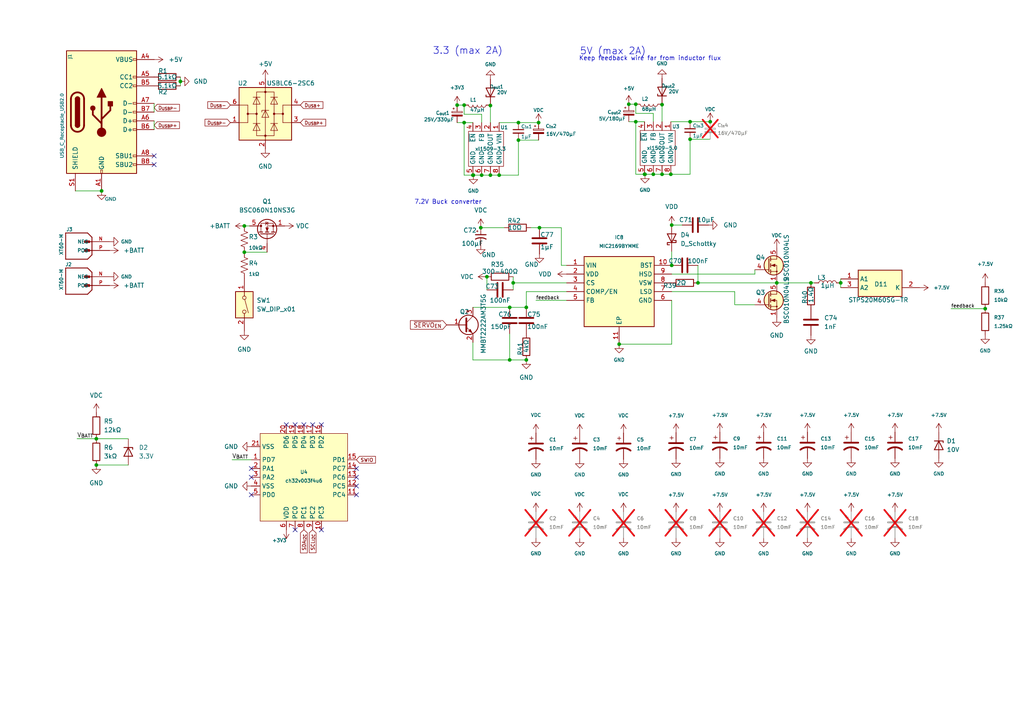
<source format=kicad_sch>
(kicad_sch (version 20230121) (generator eeschema)

  (uuid e4c09165-9c68-40b2-881f-c90ce6ecf190)

  (paper "A4")

  

  (junction (at 156.464 66.04) (diameter 0) (color 0 0 0 0)
    (uuid 092feb69-ca96-45fc-9ab6-c9f0a8b9156a)
  )
  (junction (at 186.944 50.546) (diameter 0) (color 0 0 0 0)
    (uuid 0b3fa169-7bc7-4c2d-a068-cc9dd201dead)
  )
  (junction (at 192.024 50.546) (diameter 0) (color 0 0 0 0)
    (uuid 102c3664-3eb9-4541-8946-5c0cc128cf75)
  )
  (junction (at 200.152 35.306) (diameter 0) (color 0 0 0 0)
    (uuid 13369ccb-f42d-454d-855b-d95c5ef2ba34)
  )
  (junction (at 137.16 50.8) (diameter 0) (color 0 0 0 0)
    (uuid 1338122e-a3c4-451b-91c9-3484e67238b4)
  )
  (junction (at 243.84 82.042) (diameter 0) (color 0 0 0 0)
    (uuid 17debdb8-6167-4342-aaf0-bfa4214abd71)
  )
  (junction (at 134.62 30.48) (diameter 0) (color 0 0 0 0)
    (uuid 191f2ac6-ac64-4918-942c-6fecd667f577)
  )
  (junction (at 29.464 55.372) (diameter 0) (color 0 0 0 0)
    (uuid 1b3ec6f5-1c90-4369-8395-dd06a04ef365)
  )
  (junction (at 142.24 30.607) (diameter 0) (color 0 0 0 0)
    (uuid 1b5d886e-643a-4ac9-940b-53ad1b4f6584)
  )
  (junction (at 194.818 65.278) (diameter 0) (color 0 0 0 0)
    (uuid 295c2602-3661-4a49-9acf-582447500742)
  )
  (junction (at 194.564 50.546) (diameter 0) (color 0 0 0 0)
    (uuid 2f84c786-a251-47cd-b46d-d387895a9495)
  )
  (junction (at 179.578 99.822) (diameter 0) (color 0 0 0 0)
    (uuid 3543edf4-b0f5-47fc-85f5-d72c6d2765a0)
  )
  (junction (at 141.224 80.264) (diameter 0) (color 0 0 0 0)
    (uuid 380f5a2c-e226-4001-ba96-a2b563b0b624)
  )
  (junction (at 70.866 65.532) (diameter 0) (color 0 0 0 0)
    (uuid 390a8c2d-8725-49e7-84a5-78aa1b29c73b)
  )
  (junction (at 152.654 104.394) (diameter 0) (color 0 0 0 0)
    (uuid 47a8f7de-f0b6-4d8b-9738-22fe8055fefb)
  )
  (junction (at 182.372 30.226) (diameter 0) (color 0 0 0 0)
    (uuid 4c4537db-e246-4c9a-9c4f-5427e725eff5)
  )
  (junction (at 235.204 82.042) (diameter 0) (color 0 0 0 0)
    (uuid 4ef61bd2-3ef5-47b0-99d9-c435078e57d9)
  )
  (junction (at 205.994 35.306) (diameter 0) (color 0 0 0 0)
    (uuid 56332a3a-449b-4d75-a3d0-adc3a2a11c28)
  )
  (junction (at 147.828 104.394) (diameter 0) (color 0 0 0 0)
    (uuid 597c646a-5214-4a90-a48a-72b956c1a113)
  )
  (junction (at 70.866 73.152) (diameter 0) (color 0 0 0 0)
    (uuid 5a625fab-0b89-4dff-a510-389131ec701f)
  )
  (junction (at 139.446 66.04) (diameter 0) (color 0 0 0 0)
    (uuid 5dfb66d1-3e03-4161-8687-540b40c9ce9a)
  )
  (junction (at 189.484 50.546) (diameter 0) (color 0 0 0 0)
    (uuid 68cf6e60-b7fc-4aac-9ced-dbfe41457061)
  )
  (junction (at 200.152 40.386) (diameter 0) (color 0 0 0 0)
    (uuid 6da30c45-bcdb-40f5-83db-52f2eab8827a)
  )
  (junction (at 152.654 89.154) (diameter 0) (color 0 0 0 0)
    (uuid 6dc0eec4-5e55-4477-a021-f48f009f7d31)
  )
  (junction (at 202.438 82.042) (diameter 0) (color 0 0 0 0)
    (uuid 70896acb-ec56-4ad6-a2d5-7dc8071514a5)
  )
  (junction (at 156.21 35.56) (diameter 0) (color 0 0 0 0)
    (uuid 712c8522-f1cf-41d8-b3d8-e361b2fbc0ec)
  )
  (junction (at 192.024 30.353) (diameter 0) (color 0 0 0 0)
    (uuid 73e4b3a4-a647-4f82-9bf8-2480c127f6d3)
  )
  (junction (at 27.94 134.874) (diameter 0) (color 0 0 0 0)
    (uuid 75fa20ae-e9e1-4900-b842-ce1974951891)
  )
  (junction (at 139.7 50.8) (diameter 0) (color 0 0 0 0)
    (uuid 810deceb-47fb-4c7c-94d1-9be3e0779f1f)
  )
  (junction (at 194.818 76.962) (diameter 0) (color 0 0 0 0)
    (uuid 8421ec3c-9f22-4102-85fb-7fa09b28549d)
  )
  (junction (at 184.404 30.226) (diameter 0) (color 0 0 0 0)
    (uuid 84875973-411d-4c99-823b-b6c204bb7a45)
  )
  (junction (at 187.071 50.546) (diameter 0) (color 0 0 0 0)
    (uuid 8b6a26cd-75e8-4d6b-84f5-2814c2bb49d7)
  )
  (junction (at 150.368 35.56) (diameter 0) (color 0 0 0 0)
    (uuid a30a96d9-be8b-4954-b690-c5e30522dca4)
  )
  (junction (at 132.588 30.48) (diameter 0) (color 0 0 0 0)
    (uuid a427082a-e304-4d0a-834e-7c62b65005f5)
  )
  (junction (at 144.78 50.8) (diameter 0) (color 0 0 0 0)
    (uuid ad0f1208-9d5d-4af2-9372-5ebd2e41416a)
  )
  (junction (at 52.324 23.622) (diameter 0) (color 0 0 0 0)
    (uuid adb13cce-5801-4627-8dbd-e9f99a92dbca)
  )
  (junction (at 148.844 82.042) (diameter 0) (color 0 0 0 0)
    (uuid b4834a28-22cc-4213-ab04-0062a76600be)
  )
  (junction (at 147.828 89.154) (diameter 0) (color 0 0 0 0)
    (uuid b67ab7c9-08c9-45a5-a953-d29da07e4e3b)
  )
  (junction (at 142.24 50.8) (diameter 0) (color 0 0 0 0)
    (uuid bc3ed99e-62e4-4e70-8dcd-ab5c27ef2527)
  )
  (junction (at 137.287 50.8) (diameter 0) (color 0 0 0 0)
    (uuid c648ab04-c59e-4fa9-b3d5-474b4dbf59a1)
  )
  (junction (at 27.94 127.254) (diameter 0) (color 0 0 0 0)
    (uuid c7a48fdc-0e9b-49a1-a4c8-1088c81ea9b4)
  )
  (junction (at 134.62 35.56) (diameter 0) (color 0 0 0 0)
    (uuid d98d735b-a499-49d4-84ca-31ccd030a56e)
  )
  (junction (at 225.298 82.042) (diameter 0) (color 0 0 0 0)
    (uuid e2e65e4c-0e61-4b85-a7be-54568416ca2e)
  )
  (junction (at 184.404 35.306) (diameter 0) (color 0 0 0 0)
    (uuid e5be6c22-cee9-4929-9f80-9976d99ec586)
  )
  (junction (at 285.75 89.535) (diameter 0) (color 0 0 0 0)
    (uuid f37cc966-df0d-4976-9b55-6207c65dabb3)
  )
  (junction (at 150.368 40.64) (diameter 0) (color 0 0 0 0)
    (uuid f623bbb0-cd43-4584-81d1-861b0d080807)
  )

  (no_connect (at 90.678 123.19) (uuid 004827ac-c54c-48d9-887f-8fab40c62972))
  (no_connect (at 103.378 138.43) (uuid 1a965f3c-ea13-4645-b648-7f3b05b5ab12))
  (no_connect (at 103.378 143.51) (uuid 1bf33f83-23a3-4b6d-87fd-68fac5f67573))
  (no_connect (at 72.898 135.89) (uuid 5318008b-d9be-4c6c-a176-90026552c68d))
  (no_connect (at 72.898 143.51) (uuid 53816124-55f8-4183-bcfa-9e668b84956d))
  (no_connect (at 72.898 138.43) (uuid 5802d80e-9f82-4b82-884c-fbae6157835b))
  (no_connect (at 83.058 123.19) (uuid 66d115c5-fce5-4016-9a1e-0e53af7dae05))
  (no_connect (at 93.218 123.19) (uuid 72838618-df81-455e-a806-818b5814ce2e))
  (no_connect (at 44.704 45.212) (uuid 7952fb62-0351-4f17-a9b0-ffd70f532bab))
  (no_connect (at 44.704 47.752) (uuid 79782b9e-bcb1-4afa-99d8-0d840bd98a14))
  (no_connect (at 85.598 123.19) (uuid 81788632-de86-4b06-9a2f-fd500833a874))
  (no_connect (at 85.598 153.67) (uuid 8a4618eb-cf4c-4483-adab-d4ce4ef5ffa6))
  (no_connect (at 103.378 135.89) (uuid 9b4d0ee6-8eaa-408f-a5d9-d0e0351dd9da))
  (no_connect (at 93.218 153.67) (uuid bb90c5f8-59e6-4d80-8210-346e8fa0e88f))
  (no_connect (at 103.378 140.97) (uuid efc0d274-7f3e-4e44-9ee7-4850dce22a38))
  (no_connect (at 88.138 123.19) (uuid fc6e5282-0e38-4cd1-a6fc-3f7e648d8cb0))

  (wire (pts (xy 139.7 33.147) (xy 139.7 35.56))
    (stroke (width 0) (type default))
    (uuid 00ec1fdd-11bd-4e67-be6c-514155f354f0)
  )
  (wire (pts (xy 243.84 80.899) (xy 243.84 82.042))
    (stroke (width 0) (type default))
    (uuid 037a3246-f93b-43b0-bca1-6aec1102e19b)
  )
  (wire (pts (xy 150.368 35.56) (xy 156.21 35.56))
    (stroke (width 0) (type default))
    (uuid 0541089e-71c1-4fe1-ad3e-4fff1a6ff935)
  )
  (wire (pts (xy 52.324 22.352) (xy 52.324 23.622))
    (stroke (width 0) (type default))
    (uuid 0904178a-2b7e-4711-b4e1-44edcca8d252)
  )
  (wire (pts (xy 218.948 79.502) (xy 218.948 78.232))
    (stroke (width 0) (type default))
    (uuid 09986f12-7495-4275-b3c0-cfacc2e583f0)
  )
  (wire (pts (xy 142.24 50.8) (xy 144.78 50.8))
    (stroke (width 0) (type default))
    (uuid 0c6473f5-da38-4545-8b16-bc3f1bf6b132)
  )
  (wire (pts (xy 164.338 84.582) (xy 152.654 84.582))
    (stroke (width 0) (type default))
    (uuid 0c98411e-f845-4768-adae-4a720f477d13)
  )
  (wire (pts (xy 141.224 80.264) (xy 141.224 84.074))
    (stroke (width 0) (type default))
    (uuid 14869832-05bd-43b0-8675-14fa9a647cdc)
  )
  (wire (pts (xy 184.404 35.306) (xy 184.404 50.546))
    (stroke (width 0) (type default))
    (uuid 14eadbf1-859c-4517-8792-70f12be02a46)
  )
  (wire (pts (xy 137.16 50.8) (xy 137.287 50.8))
    (stroke (width 0) (type default))
    (uuid 16a9633a-b3aa-4c77-91b9-f53725c52630)
  )
  (wire (pts (xy 148.844 82.042) (xy 148.844 84.074))
    (stroke (width 0) (type default))
    (uuid 1750e4c6-ef76-4cc3-982f-7eca4e53da90)
  )
  (wire (pts (xy 70.866 65.532) (xy 72.39 65.532))
    (stroke (width 0) (type default))
    (uuid 19bee43a-cc13-4c21-bcda-343d0bb31952)
  )
  (wire (pts (xy 139.446 66.04) (xy 146.304 66.04))
    (stroke (width 0) (type default))
    (uuid 1be89c58-20a3-4110-a87d-382e68edd7e6)
  )
  (wire (pts (xy 152.654 84.582) (xy 152.654 89.154))
    (stroke (width 0) (type default))
    (uuid 1e0c655b-8182-48ca-a63d-c98deb5a071c)
  )
  (wire (pts (xy 150.368 50.8) (xy 150.368 40.64))
    (stroke (width 0) (type default))
    (uuid 2437856a-6022-4eae-9f8d-dfe07d91f949)
  )
  (wire (pts (xy 142.24 30.607) (xy 142.24 30.48))
    (stroke (width 0) (type default))
    (uuid 2b9bf0ee-9b7a-4763-b81d-3765dbfe7c3b)
  )
  (wire (pts (xy 137.16 35.56) (xy 134.62 35.56))
    (stroke (width 0) (type default))
    (uuid 2bc8793f-9ff1-4a5f-864a-da3b7f58a288)
  )
  (wire (pts (xy 235.204 82.042) (xy 225.298 82.042))
    (stroke (width 0) (type default))
    (uuid 37852bb6-0262-4586-95fe-5a499f729f91)
  )
  (wire (pts (xy 27.94 127.254) (xy 37.211 127.254))
    (stroke (width 0) (type default))
    (uuid 3799ff52-00f9-40bc-8c79-1a7d68224e30)
  )
  (wire (pts (xy 202.438 82.042) (xy 225.298 82.042))
    (stroke (width 0) (type default))
    (uuid 39755c1a-a048-43f3-bdde-e1aed542d78f)
  )
  (wire (pts (xy 132.588 35.56) (xy 134.62 35.56))
    (stroke (width 0) (type default))
    (uuid 3a638a4e-4522-4514-83b0-622011e50de0)
  )
  (wire (pts (xy 70.866 73.152) (xy 77.47 73.152))
    (stroke (width 0) (type default))
    (uuid 3c7cc695-7d28-4a62-a505-6ab5be30ba4f)
  )
  (wire (pts (xy 21.844 55.372) (xy 29.464 55.372))
    (stroke (width 0) (type default))
    (uuid 3e43a8b7-9937-4e51-8e8c-fb3c02dc0625)
  )
  (wire (pts (xy 150.368 40.64) (xy 156.21 40.64))
    (stroke (width 0) (type default))
    (uuid 41b6b55c-71a3-4254-a5c7-41c3538cd2c5)
  )
  (wire (pts (xy 194.818 79.502) (xy 218.948 79.502))
    (stroke (width 0) (type default))
    (uuid 49d93633-1ef6-46bd-b8ce-c145790697cc)
  )
  (wire (pts (xy 243.84 82.042) (xy 243.84 83.439))
    (stroke (width 0) (type default))
    (uuid 53929728-7afc-4aea-b3be-8f6217c2b0d5)
  )
  (wire (pts (xy 155.448 87.122) (xy 164.338 87.122))
    (stroke (width 0) (type default))
    (uuid 56771a4c-5331-4eca-9a48-192ed2b9184a)
  )
  (wire (pts (xy 182.372 30.226) (xy 184.404 30.226))
    (stroke (width 0) (type default))
    (uuid 5d074e27-7de2-4837-acd1-8246978b7e9e)
  )
  (wire (pts (xy 44.704 29.972) (xy 44.704 32.512))
    (stroke (width 0) (type default))
    (uuid 5d2c0f0a-fd4d-4e40-bfbe-2875e26dc6ae)
  )
  (wire (pts (xy 137.16 89.154) (xy 147.828 89.154))
    (stroke (width 0) (type default))
    (uuid 64968a76-afd5-41a5-a688-7c2be682ad8e)
  )
  (wire (pts (xy 184.404 32.893) (xy 189.484 32.893))
    (stroke (width 0) (type default))
    (uuid 68cd7f97-2593-41e1-9cce-da04980f4077)
  )
  (wire (pts (xy 134.62 50.8) (xy 137.16 50.8))
    (stroke (width 0) (type default))
    (uuid 68eec072-d10a-4177-8b92-17d2e1d1a1da)
  )
  (wire (pts (xy 44.704 35.052) (xy 44.704 37.592))
    (stroke (width 0) (type default))
    (uuid 6c97a266-3319-4ff0-9b0a-b5b67c66967a)
  )
  (wire (pts (xy 213.106 88.392) (xy 213.106 84.582))
    (stroke (width 0) (type default))
    (uuid 739d34b2-1989-4f3e-af5a-39177ce01872)
  )
  (wire (pts (xy 194.564 50.546) (xy 200.152 50.546))
    (stroke (width 0) (type default))
    (uuid 73ec3e96-2b29-45b5-8897-8c5b8270291c)
  )
  (wire (pts (xy 200.152 50.546) (xy 200.152 40.386))
    (stroke (width 0) (type default))
    (uuid 7561028f-7ebc-4c0d-bbcf-d1a6456b8eec)
  )
  (wire (pts (xy 202.438 76.962) (xy 202.438 82.042))
    (stroke (width 0) (type default))
    (uuid 77224108-e920-4a0a-b290-a3ed8e848f8f)
  )
  (wire (pts (xy 194.564 35.306) (xy 200.152 35.306))
    (stroke (width 0) (type default))
    (uuid 7e772ef3-3661-45e1-93a8-c2e3d3b0623d)
  )
  (wire (pts (xy 156.464 66.04) (xy 162.814 66.04))
    (stroke (width 0) (type default))
    (uuid 8208f777-771b-4a4d-a087-c451fe255dc8)
  )
  (wire (pts (xy 189.484 50.546) (xy 192.024 50.546))
    (stroke (width 0) (type default))
    (uuid 86f05e2e-41ec-45c6-9682-49191264b3b3)
  )
  (wire (pts (xy 67.31 133.35) (xy 72.898 133.35))
    (stroke (width 0) (type default))
    (uuid 8766f2ef-7066-4804-94f7-9620d8da8797)
  )
  (wire (pts (xy 187.071 50.546) (xy 189.484 50.546))
    (stroke (width 0) (type default))
    (uuid 87dd4ab0-0dc0-4cf9-8e4b-a867100fe94d)
  )
  (wire (pts (xy 144.78 50.8) (xy 150.368 50.8))
    (stroke (width 0) (type default))
    (uuid 897416d4-ea86-47c7-b966-8d591f971e03)
  )
  (wire (pts (xy 194.818 76.962) (xy 194.818 72.898))
    (stroke (width 0) (type default))
    (uuid 8d7489de-f385-47bf-9339-60f6354eb52d)
  )
  (wire (pts (xy 184.404 30.226) (xy 184.404 32.893))
    (stroke (width 0) (type default))
    (uuid 8fbdbada-3116-4798-abba-8c8fcf454421)
  )
  (wire (pts (xy 189.484 32.893) (xy 189.484 35.306))
    (stroke (width 0) (type default))
    (uuid 92b86c28-5b67-4db0-94eb-1be761206444)
  )
  (wire (pts (xy 139.7 50.8) (xy 142.24 50.8))
    (stroke (width 0) (type default))
    (uuid 93661d27-ecc7-4098-8885-ded6dc451518)
  )
  (wire (pts (xy 182.372 35.306) (xy 184.404 35.306))
    (stroke (width 0) (type default))
    (uuid 9bc3e60c-3449-4ae7-8f67-bc8d7b2da91f)
  )
  (wire (pts (xy 275.844 89.535) (xy 285.75 89.535))
    (stroke (width 0) (type default))
    (uuid 9c69da92-f880-4537-8518-bb1b196cd354)
  )
  (wire (pts (xy 137.287 50.8) (xy 139.7 50.8))
    (stroke (width 0) (type default))
    (uuid a00b156f-8553-4337-9665-5e0a77f03c34)
  )
  (wire (pts (xy 213.106 84.582) (xy 194.818 84.582))
    (stroke (width 0) (type default))
    (uuid a3f062d9-396a-4a33-ad57-7e7c99c20541)
  )
  (wire (pts (xy 142.24 35.56) (xy 142.24 30.607))
    (stroke (width 0) (type default))
    (uuid a6081297-b119-489e-a737-b1a4821593c8)
  )
  (wire (pts (xy 144.78 35.56) (xy 150.368 35.56))
    (stroke (width 0) (type default))
    (uuid aa7eb70b-22bf-4dad-8334-c6c8d8d0c65d)
  )
  (wire (pts (xy 137.16 99.314) (xy 137.16 104.394))
    (stroke (width 0) (type default))
    (uuid aaa97755-d485-4e56-be4b-57852cd93e2a)
  )
  (wire (pts (xy 192.024 35.306) (xy 192.024 30.353))
    (stroke (width 0) (type default))
    (uuid ab9638e0-2c07-485e-bd84-8bb2ec323886)
  )
  (wire (pts (xy 147.828 96.774) (xy 147.828 104.394))
    (stroke (width 0) (type default))
    (uuid ab99e59c-5cfe-416a-b318-15aabe024616)
  )
  (wire (pts (xy 22.352 127.254) (xy 27.94 127.254))
    (stroke (width 0) (type default))
    (uuid ac14b0bd-75a5-47d0-be04-d828d7eb843c)
  )
  (wire (pts (xy 137.16 104.394) (xy 147.828 104.394))
    (stroke (width 0) (type default))
    (uuid b24ff3e2-c665-4577-a5c9-3a9f2b317188)
  )
  (wire (pts (xy 27.94 134.874) (xy 37.211 134.874))
    (stroke (width 0) (type default))
    (uuid b34a5f24-46f3-487b-8ae9-90ae5871b723)
  )
  (wire (pts (xy 147.828 104.394) (xy 152.654 104.394))
    (stroke (width 0) (type default))
    (uuid b774d136-9a5f-4db0-a9b3-8e772f0aeb1d)
  )
  (wire (pts (xy 153.924 66.04) (xy 156.464 66.04))
    (stroke (width 0) (type default))
    (uuid baadf4fa-27be-4ce0-a489-5facd1134f37)
  )
  (wire (pts (xy 147.828 89.154) (xy 152.654 89.154))
    (stroke (width 0) (type default))
    (uuid c1149906-7923-4ee0-ac2d-6630ae6276ef)
  )
  (wire (pts (xy 194.818 99.822) (xy 179.578 99.822))
    (stroke (width 0) (type default))
    (uuid c4fed904-1243-45ac-b3f9-4958577458b3)
  )
  (wire (pts (xy 192.024 50.546) (xy 194.564 50.546))
    (stroke (width 0) (type default))
    (uuid c9eec94d-becf-4fd8-aa39-a93de7696ed6)
  )
  (wire (pts (xy 162.814 76.962) (xy 164.338 76.962))
    (stroke (width 0) (type default))
    (uuid cc3d91d1-d9f9-40aa-9a7a-820db62d8665)
  )
  (wire (pts (xy 134.62 35.56) (xy 134.62 50.8))
    (stroke (width 0) (type default))
    (uuid cd5e95db-8943-42fa-9454-7d4d32fd6690)
  )
  (wire (pts (xy 162.814 66.04) (xy 162.814 76.962))
    (stroke (width 0) (type default))
    (uuid ce8a4a6b-b874-4693-a596-57ea7dad8f86)
  )
  (wire (pts (xy 148.844 82.042) (xy 164.338 82.042))
    (stroke (width 0) (type default))
    (uuid d0c1189a-d4ed-494b-a7de-b53574ce63e3)
  )
  (wire (pts (xy 52.324 23.622) (xy 52.324 24.892))
    (stroke (width 0) (type default))
    (uuid d1142411-af04-4104-97a7-1e58b4f10341)
  )
  (wire (pts (xy 200.152 40.386) (xy 205.994 40.386))
    (stroke (width 0) (type default))
    (uuid d59d0021-d4ff-433c-ad8f-ea374a73d84d)
  )
  (wire (pts (xy 200.152 35.306) (xy 205.994 35.306))
    (stroke (width 0) (type default))
    (uuid da65c94f-2078-4870-8f08-914efa9360ae)
  )
  (wire (pts (xy 194.818 87.122) (xy 194.818 99.822))
    (stroke (width 0) (type default))
    (uuid e78282fd-bbe6-4b6a-bb29-53486acb8c2a)
  )
  (wire (pts (xy 184.404 50.546) (xy 186.944 50.546))
    (stroke (width 0) (type default))
    (uuid ebb0fb2b-cdd9-4e63-8ebb-02e374dc9e7a)
  )
  (wire (pts (xy 213.106 88.392) (xy 218.948 88.392))
    (stroke (width 0) (type default))
    (uuid ebc7e78a-8141-4eb4-b4ea-3cc9ec02df4b)
  )
  (wire (pts (xy 186.944 50.546) (xy 187.071 50.546))
    (stroke (width 0) (type default))
    (uuid ef497a5e-47aa-4047-8e7b-4b155b2fb15e)
  )
  (wire (pts (xy 134.62 30.48) (xy 134.62 33.147))
    (stroke (width 0) (type default))
    (uuid f0fa709e-02cc-4b1a-b770-e9b6c8de9681)
  )
  (wire (pts (xy 236.22 82.042) (xy 235.204 82.042))
    (stroke (width 0) (type default))
    (uuid f46ffb0c-44b1-41e9-a1eb-cac7aed8032d)
  )
  (wire (pts (xy 134.62 33.147) (xy 139.7 33.147))
    (stroke (width 0) (type default))
    (uuid f5553822-3ca9-4967-a467-034d80f92388)
  )
  (wire (pts (xy 132.588 30.48) (xy 134.62 30.48))
    (stroke (width 0) (type default))
    (uuid f5ed8d01-6906-4535-aee8-8ed40b15029b)
  )
  (wire (pts (xy 194.818 65.278) (xy 197.866 65.278))
    (stroke (width 0) (type default))
    (uuid f6d3f840-16ed-4e41-953b-58b14c945fb0)
  )
  (wire (pts (xy 148.844 80.264) (xy 148.844 82.042))
    (stroke (width 0) (type default))
    (uuid f8e08287-4160-41e2-8279-b049e0d926e8)
  )
  (wire (pts (xy 186.944 35.306) (xy 184.404 35.306))
    (stroke (width 0) (type default))
    (uuid f99a8701-4bdc-46ac-b004-61410d6d8bad)
  )
  (wire (pts (xy 192.024 30.353) (xy 192.024 30.226))
    (stroke (width 0) (type default))
    (uuid fff7f94a-2242-4ec2-8b6e-dc8fe0f98e2a)
  )

  (text "3.3 (max 2A)" (at 125.476 16.002 0)
    (effects (font (size 2 2)) (justify left bottom))
    (uuid 48169a2d-28fd-4408-8e6c-9683429c6920)
  )
  (text "Keep feedback wire far from inductor flux\n" (at 167.894 17.78 0)
    (effects (font (size 1.27 1.27)) (justify left bottom))
    (uuid 5a720c8f-5903-46e9-b0ec-dc305d8b39d6)
  )
  (text "5V (max 2A)" (at 168.148 16.129 0)
    (effects (font (size 2 2)) (justify left bottom))
    (uuid b12016d3-a4da-4292-b8fd-4654e1de889d)
  )
  (text "7.2V Buck converter" (at 120.142 59.436 0)
    (effects (font (size 1.27 1.27)) (justify left bottom))
    (uuid d76eff94-37a4-4b9d-8d63-d76bbee1d60d)
  )

  (label "V_{BATT}" (at 67.31 133.35 0) (fields_autoplaced)
    (effects (font (size 1.27 1.27)) (justify left bottom))
    (uuid 608fb22e-243c-448d-956d-5159e69fad89)
  )
  (label "feedback" (at 275.844 89.535 0) (fields_autoplaced)
    (effects (font (size 1 1)) (justify left bottom))
    (uuid b5278026-2d73-4e0f-84b1-c9b5f0f4ac2b)
  )
  (label "feedback" (at 155.448 87.122 0) (fields_autoplaced)
    (effects (font (size 1 1)) (justify left bottom))
    (uuid bb1729b4-29ac-41df-9ce8-13ed26599923)
  )
  (label "V_{BATT}" (at 22.352 127.254 0) (fields_autoplaced)
    (effects (font (size 1.27 1.27)) (justify left bottom))
    (uuid f701d4e4-7250-4f9a-8999-cd3c4a85ba77)
  )

  (global_label "D_{USBP}+" (shape input) (at 87.122 35.56 0) (fields_autoplaced)
    (effects (font (size 1 1)) (justify left))
    (uuid 06ebf72d-73ae-43bb-b4be-946b093979f9)
    (property "Intersheetrefs" "${INTERSHEET_REFS}" (at 93.125 35.56 0)
      (effects (font (size 1.27 1.27)) (justify left) hide)
    )
  )
  (global_label "SCL_{I2C}" (shape input) (at 90.678 153.67 270) (fields_autoplaced)
    (effects (font (size 1 1)) (justify right))
    (uuid 083ae700-69dd-4911-a3ba-5f93335d13d8)
    (property "Intersheetrefs" "${INTERSHEET_REFS}" (at 90.678 159.9749 90)
      (effects (font (size 1.27 1.27)) (justify right) hide)
    )
  )
  (global_label "D_{USBP}-" (shape input) (at 66.802 35.56 180) (fields_autoplaced)
    (effects (font (size 1 1)) (justify right))
    (uuid 13b6afba-c0e4-495c-97c2-241bc5d3b785)
    (property "Intersheetrefs" "${INTERSHEET_REFS}" (at 60.799 35.56 0)
      (effects (font (size 1.27 1.27)) (justify right) hide)
    )
  )
  (global_label "D_{USB}+" (shape input) (at 87.122 30.48 0) (fields_autoplaced)
    (effects (font (size 1 1)) (justify left))
    (uuid 2b7dd9c6-9656-4261-aa88-ade050db9a0e)
    (property "Intersheetrefs" "${INTERSHEET_REFS}" (at 92.5877 30.48 0)
      (effects (font (size 1.27 1.27)) (justify left) hide)
    )
  )
  (global_label "D_{USB}-" (shape input) (at 66.802 30.48 180) (fields_autoplaced)
    (effects (font (size 1 1)) (justify right))
    (uuid 43f21ebf-45de-404b-872d-8e656d849870)
    (property "Intersheetrefs" "${INTERSHEET_REFS}" (at 61.3363 30.48 0)
      (effects (font (size 1.27 1.27)) (justify right) hide)
    )
  )
  (global_label "D_{USBP}-" (shape input) (at 44.704 31.242 0) (fields_autoplaced)
    (effects (font (size 1 1)) (justify left))
    (uuid 45ca9d0c-2c1c-4f11-83ca-e6cc429f9769)
    (property "Intersheetrefs" "${INTERSHEET_REFS}" (at 50.707 31.242 0)
      (effects (font (size 1.27 1.27)) (justify left) hide)
    )
  )
  (global_label "D_{USBP}+" (shape input) (at 44.704 36.322 0) (fields_autoplaced)
    (effects (font (size 1 1)) (justify left))
    (uuid 72fabb44-d272-4116-a694-62cfd68dc8db)
    (property "Intersheetrefs" "${INTERSHEET_REFS}" (at 50.707 36.322 0)
      (effects (font (size 1.27 1.27)) (justify left) hide)
    )
  )
  (global_label "SWIO_{${SHEETNAME}}" (shape input) (at 103.378 133.35 0) (fields_autoplaced)
    (effects (font (size 1 1)) (justify left))
    (uuid 9379e644-d9cf-4f3e-bfaa-50eeba70acd5)
    (property "Intersheetrefs" "${INTERSHEET_REFS}" (at 115.3581 133.35 0)
      (effects (font (size 1.27 1.27)) (justify left) hide)
    )
  )
  (global_label "~{SERVO_{EN}}" (shape input) (at 129.54 94.234 180) (fields_autoplaced)
    (effects (font (size 1.27 1.27)) (justify right))
    (uuid dc4b7883-775d-453a-ae3b-eb70c368ab13)
    (property "Intersheetrefs" "${INTERSHEET_REFS}" (at 120.0834 94.234 0)
      (effects (font (size 1.27 1.27)) (justify right) hide)
    )
  )
  (global_label "SDA_{I2C}" (shape input) (at 88.138 153.67 270) (fields_autoplaced)
    (effects (font (size 1 1)) (justify right))
    (uuid ecdf453a-3c98-4cb4-a02e-d8e41fdacc71)
    (property "Intersheetrefs" "${INTERSHEET_REFS}" (at 88.138 159.9749 90)
      (effects (font (size 1.27 1.27)) (justify right) hide)
    )
  )

  (symbol (lib_id "Device:C_Polarized_US") (at 155.448 152.273 0) (unit 1)
    (in_bom yes) (on_board no) (dnp yes) (fields_autoplaced)
    (uuid 01a8327d-8177-49da-a65f-f06948005abe)
    (property "Reference" "C2" (at 159.258 150.3679 0)
      (effects (font (size 1 1)) (justify left))
    )
    (property "Value" "10mF" (at 159.258 152.9079 0)
      (effects (font (size 1 1)) (justify left))
    )
    (property "Footprint" "Capacitor_THT:C_Radial_D18.0mm_H35.5mm_P7.50mm" (at 155.448 152.273 0)
      (effects (font (size 1 1)) hide)
    )
    (property "Datasheet" "~" (at 155.448 152.273 0)
      (effects (font (size 1 1)) hide)
    )
    (property "LCSC" "C724478" (at 155.448 152.273 0)
      (effects (font (size 1.27 1.27)) hide)
    )
    (pin "1" (uuid 5610adba-ce0b-4690-ac01-ce7502a0ef90))
    (pin "2" (uuid a5147c1c-3748-4302-9795-0431e0efd568))
    (instances
      (project "main_pcb"
        (path "/220120ed-d44a-4ac7-a64c-440534e9360b/0340a110-e18f-4548-a23c-1f7d052b8221"
          (reference "C2") (unit 1)
        )
      )
    )
  )

  (symbol (lib_id "power:+7.5V") (at 221.488 125.349 0) (unit 1)
    (in_bom yes) (on_board yes) (dnp no) (fields_autoplaced)
    (uuid 029b41f4-ad14-4590-bed7-b7d244044b17)
    (property "Reference" "#PWR041" (at 221.488 129.159 0)
      (effects (font (size 1 1)) hide)
    )
    (property "Value" "+7.5V" (at 221.488 120.396 0)
      (effects (font (size 1 1)))
    )
    (property "Footprint" "" (at 221.488 125.349 0)
      (effects (font (size 1 1)) hide)
    )
    (property "Datasheet" "" (at 221.488 125.349 0)
      (effects (font (size 1 1)) hide)
    )
    (pin "1" (uuid a8af4356-f28c-47de-9746-35e7fe8424cd))
    (instances
      (project "main_pcb"
        (path "/220120ed-d44a-4ac7-a64c-440534e9360b/0340a110-e18f-4548-a23c-1f7d052b8221"
          (reference "#PWR041") (unit 1)
        )
      )
    )
  )

  (symbol (lib_name "+3V3_1") (lib_id "power:+3V3") (at 132.588 30.48 0) (unit 1)
    (in_bom yes) (on_board yes) (dnp no) (fields_autoplaced)
    (uuid 04b1a0d7-13c3-4fea-bd3e-61c62929b66c)
    (property "Reference" "#PWR013" (at 132.588 34.29 0)
      (effects (font (size 1 1)) hide)
    )
    (property "Value" "+3V3" (at 132.588 25.4 0)
      (effects (font (size 1 1)))
    )
    (property "Footprint" "" (at 132.588 30.48 0)
      (effects (font (size 1 1)) hide)
    )
    (property "Datasheet" "" (at 132.588 30.48 0)
      (effects (font (size 1 1)) hide)
    )
    (pin "1" (uuid c209bbf3-6e47-4194-98c3-216d50ff6bc5))
    (instances
      (project "main_pcb"
        (path "/220120ed-d44a-4ac7-a64c-440534e9360b/0340a110-e18f-4548-a23c-1f7d052b8221"
          (reference "#PWR013") (unit 1)
        )
      )
    )
  )

  (symbol (lib_id "PCM_4ms_Power-symbol:GND") (at 179.578 99.822 0) (unit 1)
    (in_bom yes) (on_board yes) (dnp no) (fields_autoplaced)
    (uuid 04fcdd5f-9f69-4d43-9db2-f658de1094f3)
    (property "Reference" "#PWR0192" (at 179.578 106.172 0)
      (effects (font (size 1 1)) hide)
    )
    (property "Value" "GND" (at 179.578 104.394 0)
      (effects (font (size 1 1)))
    )
    (property "Footprint" "" (at 179.578 99.822 0)
      (effects (font (size 1 1)) hide)
    )
    (property "Datasheet" "" (at 179.578 99.822 0)
      (effects (font (size 1 1)) hide)
    )
    (pin "1" (uuid cda2b23f-a664-4126-82ae-59fc4ee1495c))
    (instances
      (project "main_pcb"
        (path "/220120ed-d44a-4ac7-a64c-440534e9360b/0340a110-e18f-4548-a23c-1f7d052b8221"
          (reference "#PWR0192") (unit 1)
        )
      )
    )
  )

  (symbol (lib_id "Transistor_FET:BSC060N10NS3G") (at 77.47 68.072 90) (unit 1)
    (in_bom yes) (on_board yes) (dnp no) (fields_autoplaced)
    (uuid 0843fecd-825f-4fba-84c6-b9b73f412673)
    (property "Reference" "Q1" (at 77.47 58.42 90)
      (effects (font (size 1.27 1.27)))
    )
    (property "Value" "BSC060N10NS3G" (at 77.47 60.96 90)
      (effects (font (size 1.27 1.27)))
    )
    (property "Footprint" "Package_TO_SOT_SMD:TDSON-8-1" (at 79.375 62.992 0)
      (effects (font (size 1.27 1.27) italic) (justify left) hide)
    )
    (property "Datasheet" "http://www.infineon.com/dgdl/Infineon-BSC060N10NS3-DS-v02_04-en.pdf?fileId=db3a30431ce5fb52011d1aab7f90133a" (at 77.47 68.072 90)
      (effects (font (size 1.27 1.27)) (justify left) hide)
    )
    (property "LCSC" "C501504" (at 77.47 68.072 0)
      (effects (font (size 1.27 1.27)) hide)
    )
    (pin "1" (uuid 9f2a19f6-a65d-45f9-8f00-08a86870a3a0))
    (pin "2" (uuid a35b912f-270c-4dbc-be01-f32b349c4e63))
    (pin "3" (uuid 7058e32d-e0e8-40b5-a7dc-39b44ddc87f5))
    (pin "4" (uuid 5d9bd11b-d3a9-4f2a-be9a-afb93ef122d7))
    (pin "5" (uuid 1f07a89a-0e3c-46cd-9894-5915e12f0353))
    (instances
      (project "main_pcb"
        (path "/220120ed-d44a-4ac7-a64c-440534e9360b/0340a110-e18f-4548-a23c-1f7d052b8221"
          (reference "Q1") (unit 1)
        )
      )
    )
  )

  (symbol (lib_id "Device:D_Zener") (at 192.024 26.543 90) (unit 1)
    (in_bom yes) (on_board yes) (dnp no)
    (uuid 08b3f7ee-c3e9-4fed-8bf4-7d6cbb9c7235)
    (property "Reference" "D_{out}2" (at 195.834 24.892 90)
      (effects (font (size 1 1)) (justify left))
    )
    (property "Value" "20V" (at 196.85 26.543 90)
      (effects (font (size 1 1)) (justify left))
    )
    (property "Footprint" "Diode_SMD:D_SOD-123" (at 192.024 26.543 0)
      (effects (font (size 1 1)) hide)
    )
    (property "Datasheet" "~" (at 192.024 26.543 0)
      (effects (font (size 1 1)) hide)
    )
    (property "LCSC Part Number" "" (at 192.024 26.543 90)
      (effects (font (size 1 1)) hide)
    )
    (property "Manufacturer" "TWGMC" (at 192.024 26.543 90)
      (effects (font (size 1 1)) hide)
    )
    (property "Mfr. Part" "1N5817W" (at 192.024 26.543 90)
      (effects (font (size 1 1)) hide)
    )
    (property "LCSC" "C727113" (at 192.024 26.543 0)
      (effects (font (size 1.27 1.27)) hide)
    )
    (pin "1" (uuid 6717b45e-7932-4349-ac4c-05ae050371eb))
    (pin "2" (uuid 1c0d10b8-9294-4e24-9e83-63d7195d81a2))
    (instances
      (project "main_pcb"
        (path "/220120ed-d44a-4ac7-a64c-440534e9360b/0340a110-e18f-4548-a23c-1f7d052b8221"
          (reference "D_{out}2") (unit 1)
        )
      )
    )
  )

  (symbol (lib_name "VDC_2") (lib_id "power:VDC") (at 168.148 125.603 0) (unit 1)
    (in_bom yes) (on_board yes) (dnp no) (fields_autoplaced)
    (uuid 09c5a861-2b80-4f07-930b-d49fba96205c)
    (property "Reference" "#PWR025" (at 168.148 128.143 0)
      (effects (font (size 1 1)) hide)
    )
    (property "Value" "VDC" (at 168.148 120.523 0)
      (effects (font (size 1 1)))
    )
    (property "Footprint" "" (at 168.148 125.603 0)
      (effects (font (size 1 1)) hide)
    )
    (property "Datasheet" "" (at 168.148 125.603 0)
      (effects (font (size 1 1)) hide)
    )
    (pin "1" (uuid db25fef5-5b88-4073-90a1-de9eef05c1ea))
    (instances
      (project "main_pcb"
        (path "/220120ed-d44a-4ac7-a64c-440534e9360b/0340a110-e18f-4548-a23c-1f7d052b8221"
          (reference "#PWR025") (unit 1)
        )
      )
    )
  )

  (symbol (lib_id "power:+7.5V") (at 285.75 81.915 0) (unit 1)
    (in_bom yes) (on_board yes) (dnp no) (fields_autoplaced)
    (uuid 0c8dccc5-4a9c-49f6-8ffa-bb2a05bcbf89)
    (property "Reference" "#PWR0195" (at 285.75 85.725 0)
      (effects (font (size 1 1)) hide)
    )
    (property "Value" "+7.5V" (at 285.75 76.581 0)
      (effects (font (size 1 1)))
    )
    (property "Footprint" "" (at 285.75 81.915 0)
      (effects (font (size 1 1)) hide)
    )
    (property "Datasheet" "" (at 285.75 81.915 0)
      (effects (font (size 1 1)) hide)
    )
    (pin "1" (uuid 69460cdc-c15a-4d78-a9ca-f2a2b0c1cdae))
    (instances
      (project "main_pcb"
        (path "/220120ed-d44a-4ac7-a64c-440534e9360b/0340a110-e18f-4548-a23c-1f7d052b8221"
          (reference "#PWR0195") (unit 1)
        )
      )
    )
  )

  (symbol (lib_id "Device:C_Polarized_US") (at 221.488 152.273 0) (unit 1)
    (in_bom yes) (on_board no) (dnp yes) (fields_autoplaced)
    (uuid 0de376cc-e24f-4f64-8c94-89e5e1408b95)
    (property "Reference" "C12" (at 225.298 150.3679 0)
      (effects (font (size 1 1)) (justify left))
    )
    (property "Value" "10mF" (at 225.298 152.9079 0)
      (effects (font (size 1 1)) (justify left))
    )
    (property "Footprint" "Capacitor_THT:C_Radial_D18.0mm_H35.5mm_P7.50mm" (at 221.488 152.273 0)
      (effects (font (size 1 1)) hide)
    )
    (property "Datasheet" "~" (at 221.488 152.273 0)
      (effects (font (size 1 1)) hide)
    )
    (property "LCSC" "C724478" (at 221.488 152.273 0)
      (effects (font (size 1.27 1.27)) hide)
    )
    (pin "1" (uuid 03e36d68-3ef2-43f3-9ca4-45120b71e931))
    (pin "2" (uuid 4b68fe9b-18f1-45a0-837d-08b051298509))
    (instances
      (project "main_pcb"
        (path "/220120ed-d44a-4ac7-a64c-440534e9360b/0340a110-e18f-4548-a23c-1f7d052b8221"
          (reference "C12") (unit 1)
        )
      )
    )
  )

  (symbol (lib_id "power:+7.5V") (at 221.488 148.463 0) (unit 1)
    (in_bom yes) (on_board yes) (dnp no) (fields_autoplaced)
    (uuid 10a94bfc-06c8-4cb3-a60d-697f390fdea5)
    (property "Reference" "#PWR043" (at 221.488 152.273 0)
      (effects (font (size 1 1)) hide)
    )
    (property "Value" "+7.5V" (at 221.488 143.51 0)
      (effects (font (size 1 1)))
    )
    (property "Footprint" "" (at 221.488 148.463 0)
      (effects (font (size 1 1)) hide)
    )
    (property "Datasheet" "" (at 221.488 148.463 0)
      (effects (font (size 1 1)) hide)
    )
    (pin "1" (uuid 471b82a6-409b-4a2e-b435-0eead0b5f3fb))
    (instances
      (project "main_pcb"
        (path "/220120ed-d44a-4ac7-a64c-440534e9360b/0340a110-e18f-4548-a23c-1f7d052b8221"
          (reference "#PWR043") (unit 1)
        )
      )
    )
  )

  (symbol (lib_id "Device:R") (at 285.75 93.345 0) (unit 1)
    (in_bom yes) (on_board yes) (dnp no) (fields_autoplaced)
    (uuid 11787081-72f2-4fd5-b807-f604a6e0094c)
    (property "Reference" "R37" (at 288.29 92.0749 0)
      (effects (font (size 1 1)) (justify left))
    )
    (property "Value" "1.25kΩ" (at 288.29 94.6149 0)
      (effects (font (size 1 1)) (justify left))
    )
    (property "Footprint" "Resistor_SMD:R_0805_2012Metric_Pad1.20x1.40mm_HandSolder" (at 283.972 93.345 90)
      (effects (font (size 1 1)) hide)
    )
    (property "Datasheet" "~" (at 285.75 93.345 0)
      (effects (font (size 1 1)) hide)
    )
    (property "LCSC" "C2441197" (at 285.75 93.345 0)
      (effects (font (size 1.27 1.27)) hide)
    )
    (pin "1" (uuid 5218317f-019d-459b-952d-7cb564cd6df5))
    (pin "2" (uuid 813a65c4-1489-450e-ba57-e9d7b17c5527))
    (instances
      (project "main_pcb"
        (path "/220120ed-d44a-4ac7-a64c-440534e9360b/0340a110-e18f-4548-a23c-1f7d052b8221"
          (reference "R37") (unit 1)
        )
      )
    )
  )

  (symbol (lib_id "Device:C_Polarized_US") (at 180.848 129.413 0) (unit 1)
    (in_bom yes) (on_board no) (dnp no) (fields_autoplaced)
    (uuid 12e8b5a6-61f3-46d3-a969-03355b0b1f32)
    (property "Reference" "C5" (at 184.658 127.5079 0)
      (effects (font (size 1 1)) (justify left))
    )
    (property "Value" "10mF" (at 184.658 130.0479 0)
      (effects (font (size 1 1)) (justify left))
    )
    (property "Footprint" "Capacitor_THT:C_Radial_D18.0mm_H35.5mm_P7.50mm" (at 180.848 129.413 0)
      (effects (font (size 1 1)) hide)
    )
    (property "Datasheet" "~" (at 180.848 129.413 0)
      (effects (font (size 1 1)) hide)
    )
    (property "LCSC" "C724478" (at 180.848 129.413 0)
      (effects (font (size 1.27 1.27)) hide)
    )
    (pin "1" (uuid c53212ea-ad08-4401-a42a-d8fc6d84b842))
    (pin "2" (uuid 1e55d174-8570-4178-984f-52a038d94a1d))
    (instances
      (project "main_pcb"
        (path "/220120ed-d44a-4ac7-a64c-440534e9360b/0340a110-e18f-4548-a23c-1f7d052b8221"
          (reference "C5") (unit 1)
        )
      )
    )
  )

  (symbol (lib_id "PCM_4ms_Power-symbol:GND") (at 225.298 92.202 0) (unit 1)
    (in_bom yes) (on_board yes) (dnp no) (fields_autoplaced)
    (uuid 13c6609b-48d2-4600-93ff-6f0c3795f2f7)
    (property "Reference" "#PWR0194" (at 225.298 98.552 0)
      (effects (font (size 1.27 1.27)) hide)
    )
    (property "Value" "GND" (at 225.298 97.282 0)
      (effects (font (size 1.27 1.27)))
    )
    (property "Footprint" "" (at 225.298 92.202 0)
      (effects (font (size 1.27 1.27)) hide)
    )
    (property "Datasheet" "" (at 225.298 92.202 0)
      (effects (font (size 1.27 1.27)) hide)
    )
    (pin "1" (uuid 7c5b9069-951e-4cf5-8361-7f040c5ea738))
    (instances
      (project "main_pcb"
        (path "/220120ed-d44a-4ac7-a64c-440534e9360b/0340a110-e18f-4548-a23c-1f7d052b8221"
          (reference "#PWR0194") (unit 1)
        )
      )
    )
  )

  (symbol (lib_id "PCM_4ms_Power-symbol:GND") (at 234.188 132.969 0) (unit 1)
    (in_bom yes) (on_board yes) (dnp no) (fields_autoplaced)
    (uuid 1713cee6-9329-4c4e-8c90-6835ebfd6107)
    (property "Reference" "#PWR046" (at 234.188 139.319 0)
      (effects (font (size 1 1)) hide)
    )
    (property "Value" "GND" (at 234.188 137.414 0)
      (effects (font (size 1 1)))
    )
    (property "Footprint" "" (at 234.188 132.969 0)
      (effects (font (size 1 1)) hide)
    )
    (property "Datasheet" "" (at 234.188 132.969 0)
      (effects (font (size 1 1)) hide)
    )
    (pin "1" (uuid d7e4eead-1d7a-4eae-b16b-93c3f0b86748))
    (instances
      (project "main_pcb"
        (path "/220120ed-d44a-4ac7-a64c-440534e9360b/0340a110-e18f-4548-a23c-1f7d052b8221"
          (reference "#PWR046") (unit 1)
        )
      )
    )
  )

  (symbol (lib_id "power:VDC") (at 205.994 35.306 0) (unit 1)
    (in_bom yes) (on_board yes) (dnp no) (fields_autoplaced)
    (uuid 1903c8ee-3116-47f6-97c1-8bf4a76864bc)
    (property "Reference" "#PWR020" (at 205.994 37.846 0)
      (effects (font (size 1 1)) hide)
    )
    (property "Value" "VDC" (at 205.994 31.7015 0)
      (effects (font (size 1 1)))
    )
    (property "Footprint" "" (at 205.994 35.306 0)
      (effects (font (size 1 1)) hide)
    )
    (property "Datasheet" "" (at 205.994 35.306 0)
      (effects (font (size 1 1)) hide)
    )
    (pin "1" (uuid 2c380804-d025-40d8-a8d8-aa573faa5d45))
    (instances
      (project "main_pcb"
        (path "/220120ed-d44a-4ac7-a64c-440534e9360b/0340a110-e18f-4548-a23c-1f7d052b8221"
          (reference "#PWR020") (unit 1)
        )
      )
    )
  )

  (symbol (lib_id "power:+7.5V") (at 272.288 125.349 0) (unit 1)
    (in_bom yes) (on_board yes) (dnp no) (fields_autoplaced)
    (uuid 2045f399-e337-4189-a0f3-671fb8dd749a)
    (property "Reference" "#PWR057" (at 272.288 129.159 0)
      (effects (font (size 1 1)) hide)
    )
    (property "Value" "+7.5V" (at 272.288 120.396 0)
      (effects (font (size 1 1)))
    )
    (property "Footprint" "" (at 272.288 125.349 0)
      (effects (font (size 1 1)) hide)
    )
    (property "Datasheet" "" (at 272.288 125.349 0)
      (effects (font (size 1 1)) hide)
    )
    (pin "1" (uuid 60c92a38-2f70-4eb1-96f2-d713ea1892ba))
    (instances
      (project "main_pcb"
        (path "/220120ed-d44a-4ac7-a64c-440534e9360b/0340a110-e18f-4548-a23c-1f7d052b8221"
          (reference "#PWR057") (unit 1)
        )
      )
    )
  )

  (symbol (lib_id "Device:C_Polarized_US") (at 196.088 152.273 0) (unit 1)
    (in_bom yes) (on_board no) (dnp yes) (fields_autoplaced)
    (uuid 25b0e33d-6908-4582-9e3c-b867fb2007f8)
    (property "Reference" "C8" (at 199.898 150.3679 0)
      (effects (font (size 1 1)) (justify left))
    )
    (property "Value" "10mF" (at 199.898 152.9079 0)
      (effects (font (size 1 1)) (justify left))
    )
    (property "Footprint" "Capacitor_THT:C_Radial_D18.0mm_H35.5mm_P7.50mm" (at 196.088 152.273 0)
      (effects (font (size 1 1)) hide)
    )
    (property "Datasheet" "~" (at 196.088 152.273 0)
      (effects (font (size 1 1)) hide)
    )
    (property "LCSC" "C724478" (at 196.088 152.273 0)
      (effects (font (size 1.27 1.27)) hide)
    )
    (pin "1" (uuid 04484c20-d2a4-4774-a842-2322f8bd6e80))
    (pin "2" (uuid cd70a708-6061-4f89-862e-b7657ce2d33b))
    (instances
      (project "main_pcb"
        (path "/220120ed-d44a-4ac7-a64c-440534e9360b/0340a110-e18f-4548-a23c-1f7d052b8221"
          (reference "C8") (unit 1)
        )
      )
    )
  )

  (symbol (lib_id "power:+7.5V") (at 196.088 148.463 0) (unit 1)
    (in_bom yes) (on_board yes) (dnp no) (fields_autoplaced)
    (uuid 2726c654-ff0e-44e8-89be-9d47810d4ec5)
    (property "Reference" "#PWR035" (at 196.088 152.273 0)
      (effects (font (size 1 1)) hide)
    )
    (property "Value" "+7.5V" (at 196.088 143.51 0)
      (effects (font (size 1 1)))
    )
    (property "Footprint" "" (at 196.088 148.463 0)
      (effects (font (size 1 1)) hide)
    )
    (property "Datasheet" "" (at 196.088 148.463 0)
      (effects (font (size 1 1)) hide)
    )
    (pin "1" (uuid 59bd52a2-f032-4e06-9675-18ec2c55c682))
    (instances
      (project "main_pcb"
        (path "/220120ed-d44a-4ac7-a64c-440534e9360b/0340a110-e18f-4548-a23c-1f7d052b8221"
          (reference "#PWR035") (unit 1)
        )
      )
    )
  )

  (symbol (lib_id "Device:D_Zener") (at 142.24 26.797 90) (unit 1)
    (in_bom yes) (on_board yes) (dnp no)
    (uuid 2b4c24e3-f495-4bd1-a23c-39bf6e231bc3)
    (property "Reference" "D_{out}1" (at 146.05 25.146 90)
      (effects (font (size 1 1)) (justify left))
    )
    (property "Value" "20V" (at 147.066 26.797 90)
      (effects (font (size 1 1)) (justify left))
    )
    (property "Footprint" "Diode_SMD:D_SOD-123" (at 142.24 26.797 0)
      (effects (font (size 1 1)) hide)
    )
    (property "Datasheet" "~" (at 142.24 26.797 0)
      (effects (font (size 1 1)) hide)
    )
    (property "LCSC Part Number" "" (at 142.24 26.797 90)
      (effects (font (size 1 1)) hide)
    )
    (property "Manufacturer" "TWGMC" (at 142.24 26.797 90)
      (effects (font (size 1 1)) hide)
    )
    (property "Mfr. Part" "1N5817W" (at 142.24 26.797 90)
      (effects (font (size 1 1)) hide)
    )
    (property "LCSC" "C727113" (at 142.24 26.797 0)
      (effects (font (size 1.27 1.27)) hide)
    )
    (pin "1" (uuid 799b9cfb-6543-434c-8ad3-1e72b474bce5))
    (pin "2" (uuid dfe919c4-ce75-4a94-98c2-605a30f4c1e4))
    (instances
      (project "main_pcb"
        (path "/220120ed-d44a-4ac7-a64c-440534e9360b/0340a110-e18f-4548-a23c-1f7d052b8221"
          (reference "D_{out}1") (unit 1)
        )
      )
    )
  )

  (symbol (lib_id "PCM_4ms_Power-symbol:GND") (at 208.788 132.969 0) (unit 1)
    (in_bom yes) (on_board yes) (dnp no) (fields_autoplaced)
    (uuid 2b6cd030-a74b-4790-9ecb-96eb89529a39)
    (property "Reference" "#PWR038" (at 208.788 139.319 0)
      (effects (font (size 1 1)) hide)
    )
    (property "Value" "GND" (at 208.788 137.414 0)
      (effects (font (size 1 1)))
    )
    (property "Footprint" "" (at 208.788 132.969 0)
      (effects (font (size 1 1)) hide)
    )
    (property "Datasheet" "" (at 208.788 132.969 0)
      (effects (font (size 1 1)) hide)
    )
    (pin "1" (uuid 8b5915ca-112f-4685-96eb-5e58b5d0ae13))
    (instances
      (project "main_pcb"
        (path "/220120ed-d44a-4ac7-a64c-440534e9360b/0340a110-e18f-4548-a23c-1f7d052b8221"
          (reference "#PWR038") (unit 1)
        )
      )
    )
  )

  (symbol (lib_id "power:GND") (at 137.287 50.8 0) (unit 1)
    (in_bom yes) (on_board yes) (dnp no) (fields_autoplaced)
    (uuid 2c337382-96c5-4333-bd82-deae0863d577)
    (property "Reference" "#PWR014" (at 137.287 57.15 0)
      (effects (font (size 1 1)) hide)
    )
    (property "Value" "GND" (at 137.287 55.3625 0)
      (effects (font (size 1 1)))
    )
    (property "Footprint" "" (at 137.287 50.8 0)
      (effects (font (size 1 1)) hide)
    )
    (property "Datasheet" "" (at 137.287 50.8 0)
      (effects (font (size 1 1)) hide)
    )
    (pin "1" (uuid 881e9a81-a44e-48bb-95b7-cb6c68e11c00))
    (instances
      (project "main_pcb"
        (path "/220120ed-d44a-4ac7-a64c-440534e9360b/0340a110-e18f-4548-a23c-1f7d052b8221"
          (reference "#PWR014") (unit 1)
        )
      )
    )
  )

  (symbol (lib_id "Device:C_Polarized_US") (at 234.188 152.273 0) (unit 1)
    (in_bom yes) (on_board no) (dnp yes) (fields_autoplaced)
    (uuid 2e165638-15e0-4cf8-8290-a2dbc7a1269c)
    (property "Reference" "C14" (at 237.998 150.3679 0)
      (effects (font (size 1 1)) (justify left))
    )
    (property "Value" "10mF" (at 237.998 152.9079 0)
      (effects (font (size 1 1)) (justify left))
    )
    (property "Footprint" "Capacitor_THT:C_Radial_D18.0mm_H35.5mm_P7.50mm" (at 234.188 152.273 0)
      (effects (font (size 1 1)) hide)
    )
    (property "Datasheet" "~" (at 234.188 152.273 0)
      (effects (font (size 1 1)) hide)
    )
    (property "LCSC" "C724478" (at 234.188 152.273 0)
      (effects (font (size 1.27 1.27)) hide)
    )
    (pin "1" (uuid c2ce46ca-124a-4b9e-b6b2-d96d1db9e7b1))
    (pin "2" (uuid c064f704-a9d1-4020-b98a-362bb1f8ccdf))
    (instances
      (project "main_pcb"
        (path "/220120ed-d44a-4ac7-a64c-440534e9360b/0340a110-e18f-4548-a23c-1f7d052b8221"
          (reference "C14") (unit 1)
        )
      )
    )
  )

  (symbol (lib_id "PCM_4ms_Power-symbol:GND") (at 52.324 23.622 90) (unit 1)
    (in_bom yes) (on_board yes) (dnp no) (fields_autoplaced)
    (uuid 2ea07181-6e79-469f-acdd-3ada41e6727f)
    (property "Reference" "#PWR03" (at 58.674 23.622 0)
      (effects (font (size 1.27 1.27)) hide)
    )
    (property "Value" "GND" (at 56.134 23.6219 90)
      (effects (font (size 1.27 1.27)) (justify right))
    )
    (property "Footprint" "" (at 52.324 23.622 0)
      (effects (font (size 1.27 1.27)) hide)
    )
    (property "Datasheet" "" (at 52.324 23.622 0)
      (effects (font (size 1.27 1.27)) hide)
    )
    (pin "1" (uuid 0f11cdd2-beeb-42cc-a5d0-834fff7ce305))
    (instances
      (project "main_pcb"
        (path "/220120ed-d44a-4ac7-a64c-440534e9360b/0340a110-e18f-4548-a23c-1f7d052b8221"
          (reference "#PWR03") (unit 1)
        )
      )
    )
  )

  (symbol (lib_id "PCM_4ms_Power-symbol:GND") (at 152.654 104.394 0) (unit 1)
    (in_bom yes) (on_board yes) (dnp no) (fields_autoplaced)
    (uuid 2ebb95c9-2c97-463e-a294-d34cfdcc08a3)
    (property "Reference" "#PWR0205" (at 152.654 110.744 0)
      (effects (font (size 1.27 1.27)) hide)
    )
    (property "Value" "GND" (at 152.654 109.474 0)
      (effects (font (size 1.27 1.27)))
    )
    (property "Footprint" "" (at 152.654 104.394 0)
      (effects (font (size 1.27 1.27)) hide)
    )
    (property "Datasheet" "" (at 152.654 104.394 0)
      (effects (font (size 1.27 1.27)) hide)
    )
    (pin "1" (uuid 8207b5b5-bfb9-4edc-aa74-5f055cf0303b))
    (instances
      (project "main_pcb"
        (path "/220120ed-d44a-4ac7-a64c-440534e9360b/0340a110-e18f-4548-a23c-1f7d052b8221"
          (reference "#PWR0205") (unit 1)
        )
      )
    )
  )

  (symbol (lib_id "power:+BATT") (at 31.75 72.644 270) (unit 1)
    (in_bom yes) (on_board yes) (dnp no) (fields_autoplaced)
    (uuid 33ece5c8-20b5-42ba-abff-3b266772bf29)
    (property "Reference" "#PWR04" (at 27.94 72.644 0)
      (effects (font (size 1.27 1.27)) hide)
    )
    (property "Value" "+BATT" (at 35.814 72.6439 90)
      (effects (font (size 1.27 1.27)) (justify left))
    )
    (property "Footprint" "" (at 31.75 72.644 0)
      (effects (font (size 1.27 1.27)) hide)
    )
    (property "Datasheet" "" (at 31.75 72.644 0)
      (effects (font (size 1.27 1.27)) hide)
    )
    (pin "1" (uuid 51b96ea3-99a3-4972-99e5-153908d41d2c))
    (instances
      (project "main_pcb"
        (path "/220120ed-d44a-4ac7-a64c-440534e9360b/0340a110-e18f-4548-a23c-1f7d052b8221"
          (reference "#PWR04") (unit 1)
        )
      )
    )
  )

  (symbol (lib_id "power:+3V3") (at 83.058 153.67 180) (unit 1)
    (in_bom yes) (on_board yes) (dnp no)
    (uuid 3460b4dd-d134-4b03-99de-2f9b58fc35c1)
    (property "Reference" "#PWR061" (at 83.058 149.86 0)
      (effects (font (size 1 1)) hide)
    )
    (property "Value" "+3V3" (at 81.026 156.718 0)
      (effects (font (size 1 1)))
    )
    (property "Footprint" "" (at 83.058 153.67 0)
      (effects (font (size 1 1)) hide)
    )
    (property "Datasheet" "" (at 83.058 153.67 0)
      (effects (font (size 1 1)) hide)
    )
    (pin "1" (uuid e15d860d-eb77-4ba9-b2f4-0733837bfc8b))
    (instances
      (project "main_pcb"
        (path "/220120ed-d44a-4ac7-a64c-440534e9360b/0340a110-e18f-4548-a23c-1f7d052b8221"
          (reference "#PWR061") (unit 1)
        )
      )
    )
  )

  (symbol (lib_id "power:+7.5V") (at 196.088 125.476 0) (unit 1)
    (in_bom yes) (on_board yes) (dnp no) (fields_autoplaced)
    (uuid 34ae1f3b-beb0-4490-91e4-c4fdc3b95b8e)
    (property "Reference" "#PWR033" (at 196.088 129.286 0)
      (effects (font (size 1 1)) hide)
    )
    (property "Value" "+7.5V" (at 196.088 120.523 0)
      (effects (font (size 1 1)))
    )
    (property "Footprint" "" (at 196.088 125.476 0)
      (effects (font (size 1 1)) hide)
    )
    (property "Datasheet" "" (at 196.088 125.476 0)
      (effects (font (size 1 1)) hide)
    )
    (pin "1" (uuid b8b82363-58cb-41a1-8f56-1a98d56d8142))
    (instances
      (project "main_pcb"
        (path "/220120ed-d44a-4ac7-a64c-440534e9360b/0340a110-e18f-4548-a23c-1f7d052b8221"
          (reference "#PWR033") (unit 1)
        )
      )
    )
  )

  (symbol (lib_id "Device:C_Polarized_US") (at 155.448 129.413 0) (unit 1)
    (in_bom yes) (on_board no) (dnp no) (fields_autoplaced)
    (uuid 34ed4b27-3267-498b-9976-1bd07b5f84f9)
    (property "Reference" "C1" (at 159.258 127.5079 0)
      (effects (font (size 1 1)) (justify left))
    )
    (property "Value" "10mF" (at 159.258 130.0479 0)
      (effects (font (size 1 1)) (justify left))
    )
    (property "Footprint" "Capacitor_THT:C_Radial_D18.0mm_H35.5mm_P7.50mm" (at 155.448 129.413 0)
      (effects (font (size 1 1)) hide)
    )
    (property "Datasheet" "~" (at 155.448 129.413 0)
      (effects (font (size 1 1)) hide)
    )
    (property "LCSC" "C724478" (at 155.448 129.413 0)
      (effects (font (size 1.27 1.27)) hide)
    )
    (pin "1" (uuid 7d0348c1-b574-452e-8491-edd927a58790))
    (pin "2" (uuid 0d691a36-fea0-4dad-b915-b127273910b4))
    (instances
      (project "main_pcb"
        (path "/220120ed-d44a-4ac7-a64c-440534e9360b/0340a110-e18f-4548-a23c-1f7d052b8221"
          (reference "C1") (unit 1)
        )
      )
    )
  )

  (symbol (lib_id "PCM_4ms_Power-symbol:GND") (at 246.888 156.083 0) (unit 1)
    (in_bom yes) (on_board yes) (dnp no) (fields_autoplaced)
    (uuid 37417333-63b3-482c-8264-65498ee11bdc)
    (property "Reference" "#PWR052" (at 246.888 162.433 0)
      (effects (font (size 1 1)) hide)
    )
    (property "Value" "GND" (at 246.888 160.528 0)
      (effects (font (size 1 1)))
    )
    (property "Footprint" "" (at 246.888 156.083 0)
      (effects (font (size 1 1)) hide)
    )
    (property "Datasheet" "" (at 246.888 156.083 0)
      (effects (font (size 1 1)) hide)
    )
    (pin "1" (uuid 37d09d3b-b68f-4414-bad8-02a460463b2f))
    (instances
      (project "main_pcb"
        (path "/220120ed-d44a-4ac7-a64c-440534e9360b/0340a110-e18f-4548-a23c-1f7d052b8221"
          (reference "#PWR052") (unit 1)
        )
      )
    )
  )

  (symbol (lib_id "Device:C_Polarized_US") (at 208.788 152.273 0) (unit 1)
    (in_bom yes) (on_board no) (dnp yes)
    (uuid 37ff3848-38e6-4327-99cc-a039850abaa7)
    (property "Reference" "C10" (at 212.598 150.3679 0)
      (effects (font (size 1 1)) (justify left))
    )
    (property "Value" "10mF" (at 212.598 152.9079 0)
      (effects (font (size 1 1)) (justify left))
    )
    (property "Footprint" "Capacitor_THT:C_Radial_D18.0mm_H35.5mm_P7.50mm" (at 208.788 152.273 0)
      (effects (font (size 1 1)) hide)
    )
    (property "Datasheet" "~" (at 208.788 152.273 0)
      (effects (font (size 1 1)) hide)
    )
    (property "LCSC" "C724478" (at 208.788 152.273 0)
      (effects (font (size 1.27 1.27)) hide)
    )
    (pin "1" (uuid 232566e1-3247-47c6-b5c4-8d6114f79a71))
    (pin "2" (uuid df3e99eb-490e-4e31-b3e2-328f781c659d))
    (instances
      (project "main_pcb"
        (path "/220120ed-d44a-4ac7-a64c-440534e9360b/0340a110-e18f-4548-a23c-1f7d052b8221"
          (reference "C10") (unit 1)
        )
      )
    )
  )

  (symbol (lib_id "XT60-M:XT60-M") (at 26.67 80.264 180) (unit 1)
    (in_bom yes) (on_board yes) (dnp no)
    (uuid 381c4361-4d2d-4f33-8638-f16b749bb081)
    (property "Reference" "J2" (at 20.828 76.708 0)
      (effects (font (size 1 1)) (justify left))
    )
    (property "Value" "XT60-M" (at 17.78 77.978 90)
      (effects (font (size 1 1)) (justify left))
    )
    (property "Footprint" "XT60-M:AMASS_XT60-M" (at 26.67 80.264 0)
      (effects (font (size 1 1)) (justify bottom) hide)
    )
    (property "Datasheet" "" (at 26.67 80.264 0)
      (effects (font (size 1 1)) hide)
    )
    (property "PARTREV" "V1.2" (at 26.67 80.264 0)
      (effects (font (size 1 1)) (justify bottom) hide)
    )
    (property "MANUFACTURER" "AMASS" (at 26.67 80.264 0)
      (effects (font (size 1 1)) (justify bottom) hide)
    )
    (property "MAXIMUM_PACKAGE_HEIGHT" "16.00 mm" (at 26.67 80.264 0)
      (effects (font (size 1 1)) (justify bottom) hide)
    )
    (property "STANDARD" "IPC 7351B" (at 26.67 80.264 0)
      (effects (font (size 1 1)) (justify bottom) hide)
    )
    (pin "N" (uuid 0af16987-680c-4b1d-b156-113af93df614))
    (pin "P" (uuid dbe51d2e-d918-4f9d-bdd7-174a4d674f91))
    (instances
      (project "main_pcb"
        (path "/220120ed-d44a-4ac7-a64c-440534e9360b/0340a110-e18f-4548-a23c-1f7d052b8221"
          (reference "J2") (unit 1)
        )
      )
    )
  )

  (symbol (lib_name "VDC_2") (lib_id "power:VDC") (at 168.148 148.463 0) (unit 1)
    (in_bom yes) (on_board yes) (dnp no) (fields_autoplaced)
    (uuid 3d2fd3f6-ee12-41d0-a08f-829c69dc1a92)
    (property "Reference" "#PWR027" (at 168.148 151.003 0)
      (effects (font (size 1 1)) hide)
    )
    (property "Value" "VDC" (at 168.148 143.383 0)
      (effects (font (size 1 1)))
    )
    (property "Footprint" "" (at 168.148 148.463 0)
      (effects (font (size 1 1)) hide)
    )
    (property "Datasheet" "" (at 168.148 148.463 0)
      (effects (font (size 1 1)) hide)
    )
    (pin "1" (uuid 813ddd96-0a21-4bc6-9087-9f92612c02de))
    (instances
      (project "main_pcb"
        (path "/220120ed-d44a-4ac7-a64c-440534e9360b/0340a110-e18f-4548-a23c-1f7d052b8221"
          (reference "#PWR027") (unit 1)
        )
      )
    )
  )

  (symbol (lib_id "PCM_4ms_Power-symbol:GND") (at 285.75 97.155 0) (unit 1)
    (in_bom yes) (on_board yes) (dnp no) (fields_autoplaced)
    (uuid 3da54737-d3e0-478e-91c8-cb6e2f0a435f)
    (property "Reference" "#PWR0196" (at 285.75 103.505 0)
      (effects (font (size 1 1)) hide)
    )
    (property "Value" "GND" (at 285.75 101.727 0)
      (effects (font (size 1 1)))
    )
    (property "Footprint" "" (at 285.75 97.155 0)
      (effects (font (size 1 1)) hide)
    )
    (property "Datasheet" "" (at 285.75 97.155 0)
      (effects (font (size 1 1)) hide)
    )
    (pin "1" (uuid 2799af14-3593-48d4-b778-b71ced424493))
    (instances
      (project "main_pcb"
        (path "/220120ed-d44a-4ac7-a64c-440534e9360b/0340a110-e18f-4548-a23c-1f7d052b8221"
          (reference "#PWR0196") (unit 1)
        )
      )
    )
  )

  (symbol (lib_id "PCM_4ms_Power-symbol:GND") (at 259.588 156.083 0) (unit 1)
    (in_bom yes) (on_board yes) (dnp no) (fields_autoplaced)
    (uuid 4346541d-8ccf-44a7-a897-62b5c2f39978)
    (property "Reference" "#PWR056" (at 259.588 162.433 0)
      (effects (font (size 1 1)) hide)
    )
    (property "Value" "GND" (at 259.588 160.528 0)
      (effects (font (size 1 1)))
    )
    (property "Footprint" "" (at 259.588 156.083 0)
      (effects (font (size 1 1)) hide)
    )
    (property "Datasheet" "" (at 259.588 156.083 0)
      (effects (font (size 1 1)) hide)
    )
    (pin "1" (uuid c007e527-f818-43dd-a209-41bf94d337c9))
    (instances
      (project "main_pcb"
        (path "/220120ed-d44a-4ac7-a64c-440534e9360b/0340a110-e18f-4548-a23c-1f7d052b8221"
          (reference "#PWR056") (unit 1)
        )
      )
    )
  )

  (symbol (lib_id "PCM_4ms_Power-symbol:GND") (at 272.288 132.969 0) (unit 1)
    (in_bom yes) (on_board yes) (dnp no) (fields_autoplaced)
    (uuid 462e407a-c348-48c7-bfe9-91650bc37068)
    (property "Reference" "#PWR058" (at 272.288 139.319 0)
      (effects (font (size 1 1)) hide)
    )
    (property "Value" "GND" (at 272.288 137.414 0)
      (effects (font (size 1 1)))
    )
    (property "Footprint" "" (at 272.288 132.969 0)
      (effects (font (size 1 1)) hide)
    )
    (property "Datasheet" "" (at 272.288 132.969 0)
      (effects (font (size 1 1)) hide)
    )
    (pin "1" (uuid 3285c54a-3041-494e-855b-a1b8988f142b))
    (instances
      (project "main_pcb"
        (path "/220120ed-d44a-4ac7-a64c-440534e9360b/0340a110-e18f-4548-a23c-1f7d052b8221"
          (reference "#PWR058") (unit 1)
        )
      )
    )
  )

  (symbol (lib_id "Device:L") (at 138.43 30.48 270) (unit 1)
    (in_bom yes) (on_board yes) (dnp no)
    (uuid 479048e8-b117-4a50-9c6d-378ee827de4a)
    (property "Reference" "L1" (at 137.287 28.956 90)
      (effects (font (size 1 1)))
    )
    (property "Value" "47μH" (at 138.43 31.877 90)
      (effects (font (size 1 1)))
    )
    (property "Footprint" "Inductor_SMD:L_0603_1608Metric_Pad1.05x0.95mm_HandSolder" (at 138.43 30.48 0)
      (effects (font (size 1 1)) hide)
    )
    (property "Datasheet" "~" (at 138.43 30.48 0)
      (effects (font (size 1 1)) hide)
    )
    (property "LCSC" "C2983046" (at 138.43 30.48 0)
      (effects (font (size 1.27 1.27)) hide)
    )
    (pin "1" (uuid 559029ec-7a92-421c-a88c-3b5df763b95b))
    (pin "2" (uuid 9193bde1-e4c9-4179-8e0b-80d452612969))
    (instances
      (project "main_pcb"
        (path "/220120ed-d44a-4ac7-a64c-440534e9360b/0340a110-e18f-4548-a23c-1f7d052b8221"
          (reference "L1") (unit 1)
        )
      )
    )
  )

  (symbol (lib_id "PCM_4ms_Power-symbol:GND") (at 31.75 80.264 90) (unit 1)
    (in_bom yes) (on_board yes) (dnp no) (fields_autoplaced)
    (uuid 4e547bf8-a085-4800-abeb-11920433c9e4)
    (property "Reference" "#PWR07" (at 38.1 80.264 0)
      (effects (font (size 1 1)) hide)
    )
    (property "Value" "GND" (at 35.052 80.2641 90)
      (effects (font (size 1 1)) (justify right))
    )
    (property "Footprint" "" (at 31.75 80.264 0)
      (effects (font (size 1 1)) hide)
    )
    (property "Datasheet" "" (at 31.75 80.264 0)
      (effects (font (size 1 1)) hide)
    )
    (pin "1" (uuid 1cac537c-24df-43b8-a635-1fef10bf0eaa))
    (instances
      (project "main_pcb"
        (path "/220120ed-d44a-4ac7-a64c-440534e9360b/0340a110-e18f-4548-a23c-1f7d052b8221"
          (reference "#PWR07") (unit 1)
        )
      )
    )
  )

  (symbol (lib_id "Device:C_Polarized_US") (at 246.888 129.159 0) (unit 1)
    (in_bom yes) (on_board no) (dnp no) (fields_autoplaced)
    (uuid 4f222ff6-5793-4037-9bf2-21b8e6e2a6ec)
    (property "Reference" "C15" (at 250.698 127.2539 0)
      (effects (font (size 1 1)) (justify left))
    )
    (property "Value" "10mF" (at 250.698 129.7939 0)
      (effects (font (size 1 1)) (justify left))
    )
    (property "Footprint" "Capacitor_THT:C_Radial_D18.0mm_H35.5mm_P7.50mm" (at 246.888 129.159 0)
      (effects (font (size 1 1)) hide)
    )
    (property "Datasheet" "~" (at 246.888 129.159 0)
      (effects (font (size 1 1)) hide)
    )
    (property "LCSC" "C724478" (at 246.888 129.159 0)
      (effects (font (size 1.27 1.27)) hide)
    )
    (pin "1" (uuid 67749e9b-fc9c-4052-92aa-4eff9745f298))
    (pin "2" (uuid 653b7311-5a12-4988-888a-26d735eabdda))
    (instances
      (project "main_pcb"
        (path "/220120ed-d44a-4ac7-a64c-440534e9360b/0340a110-e18f-4548-a23c-1f7d052b8221"
          (reference "C15") (unit 1)
        )
      )
    )
  )

  (symbol (lib_id "power:VDC") (at 225.298 71.882 0) (unit 1)
    (in_bom yes) (on_board yes) (dnp no) (fields_autoplaced)
    (uuid 51fe76fc-c1ce-43b6-9fc0-4c4e30c310b4)
    (property "Reference" "#PWR0193" (at 225.298 74.422 0)
      (effects (font (size 1 1)) hide)
    )
    (property "Value" "VDC" (at 225.298 68.2775 0)
      (effects (font (size 1 1)))
    )
    (property "Footprint" "" (at 225.298 71.882 0)
      (effects (font (size 1 1)) hide)
    )
    (property "Datasheet" "" (at 225.298 71.882 0)
      (effects (font (size 1 1)) hide)
    )
    (pin "1" (uuid fda79f6d-c0db-4b1c-86d7-523336ce25ec))
    (instances
      (project "main_pcb"
        (path "/220120ed-d44a-4ac7-a64c-440534e9360b/0340a110-e18f-4548-a23c-1f7d052b8221"
          (reference "#PWR0193") (unit 1)
        )
      )
    )
  )

  (symbol (lib_id "power:+7.5V") (at 208.788 125.349 0) (unit 1)
    (in_bom yes) (on_board yes) (dnp no) (fields_autoplaced)
    (uuid 53cf67f3-54f8-4c8a-ab71-022e3e5c90a1)
    (property "Reference" "#PWR037" (at 208.788 129.159 0)
      (effects (font (size 1 1)) hide)
    )
    (property "Value" "+7.5V" (at 208.788 120.396 0)
      (effects (font (size 1 1)))
    )
    (property "Footprint" "" (at 208.788 125.349 0)
      (effects (font (size 1 1)) hide)
    )
    (property "Datasheet" "" (at 208.788 125.349 0)
      (effects (font (size 1 1)) hide)
    )
    (pin "1" (uuid f7dbe2f8-6050-47a6-8bf6-cfbffb49babb))
    (instances
      (project "main_pcb"
        (path "/220120ed-d44a-4ac7-a64c-440534e9360b/0340a110-e18f-4548-a23c-1f7d052b8221"
          (reference "#PWR037") (unit 1)
        )
      )
    )
  )

  (symbol (lib_id "PCM_4ms_Power-symbol:GND") (at 234.188 156.083 0) (unit 1)
    (in_bom yes) (on_board yes) (dnp no) (fields_autoplaced)
    (uuid 5560c1f9-0ea7-43b3-81f2-b914a0eb33f9)
    (property "Reference" "#PWR048" (at 234.188 162.433 0)
      (effects (font (size 1 1)) hide)
    )
    (property "Value" "GND" (at 234.188 160.528 0)
      (effects (font (size 1 1)))
    )
    (property "Footprint" "" (at 234.188 156.083 0)
      (effects (font (size 1 1)) hide)
    )
    (property "Datasheet" "" (at 234.188 156.083 0)
      (effects (font (size 1 1)) hide)
    )
    (pin "1" (uuid c71c3e33-4628-4228-b03e-f0ad4b9a81d6))
    (instances
      (project "main_pcb"
        (path "/220120ed-d44a-4ac7-a64c-440534e9360b/0340a110-e18f-4548-a23c-1f7d052b8221"
          (reference "#PWR048") (unit 1)
        )
      )
    )
  )

  (symbol (lib_id "Device:C_Polarized_US") (at 180.848 152.273 0) (unit 1)
    (in_bom yes) (on_board no) (dnp yes) (fields_autoplaced)
    (uuid 55c9e1ac-6b18-42a5-bee6-ba0eb8311a8d)
    (property "Reference" "C6" (at 184.658 150.3679 0)
      (effects (font (size 1 1)) (justify left))
    )
    (property "Value" "10mF" (at 184.658 152.9079 0)
      (effects (font (size 1 1)) (justify left))
    )
    (property "Footprint" "Capacitor_THT:C_Radial_D18.0mm_H35.5mm_P7.50mm" (at 180.848 152.273 0)
      (effects (font (size 1 1)) hide)
    )
    (property "Datasheet" "~" (at 180.848 152.273 0)
      (effects (font (size 1 1)) hide)
    )
    (property "LCSC" "C724478" (at 180.848 152.273 0)
      (effects (font (size 1.27 1.27)) hide)
    )
    (pin "1" (uuid 9fa49d43-e367-4e1e-87a9-85975dd60331))
    (pin "2" (uuid eefa6570-961c-4d7d-9f55-872aeee22cd2))
    (instances
      (project "main_pcb"
        (path "/220120ed-d44a-4ac7-a64c-440534e9360b/0340a110-e18f-4548-a23c-1f7d052b8221"
          (reference "C6") (unit 1)
        )
      )
    )
  )

  (symbol (lib_id "power:+7.5V") (at 234.188 125.349 0) (unit 1)
    (in_bom yes) (on_board yes) (dnp no) (fields_autoplaced)
    (uuid 55d7e3e9-9048-4864-990d-8d98223bbb55)
    (property "Reference" "#PWR045" (at 234.188 129.159 0)
      (effects (font (size 1 1)) hide)
    )
    (property "Value" "+7.5V" (at 234.188 120.396 0)
      (effects (font (size 1 1)))
    )
    (property "Footprint" "" (at 234.188 125.349 0)
      (effects (font (size 1 1)) hide)
    )
    (property "Datasheet" "" (at 234.188 125.349 0)
      (effects (font (size 1 1)) hide)
    )
    (pin "1" (uuid c7149e9f-bb4d-4ced-b512-4075abd1dfbe))
    (instances
      (project "main_pcb"
        (path "/220120ed-d44a-4ac7-a64c-440534e9360b/0340a110-e18f-4548-a23c-1f7d052b8221"
          (reference "#PWR045") (unit 1)
        )
      )
    )
  )

  (symbol (lib_id "STPS20M60SG-TR:STPS20M60SG-TR") (at 266.7 83.439 180) (unit 1)
    (in_bom yes) (on_board yes) (dnp no)
    (uuid 5b208418-014b-4b24-b010-8dc6bf62d05f)
    (property "Reference" "D11" (at 255.524 82.423 0)
      (effects (font (size 1.27 1.27)))
    )
    (property "Value" "STPS20M60SG-TR" (at 254.762 86.995 0)
      (effects (font (size 1.27 1.27)))
    )
    (property "Footprint" "STPS20M60SGTR" (at 247.65 -11.481 0)
      (effects (font (size 1.27 1.27)) (justify left top) hide)
    )
    (property "Datasheet" "https://www.st.com/resource/en/datasheet/stps20m60s.pdf" (at 247.65 -111.481 0)
      (effects (font (size 1.27 1.27)) (justify left top) hide)
    )
    (property "Height" "4.83" (at 247.65 -311.481 0)
      (effects (font (size 1.27 1.27)) (justify left top) hide)
    )
    (property "Mouser Part Number" "511-STPS20M60SG-TR" (at 247.65 -411.481 0)
      (effects (font (size 1.27 1.27)) (justify left top) hide)
    )
    (property "Mouser Price/Stock" "https://www.mouser.co.uk/ProductDetail/STMicroelectronics/STPS20M60SG-TR?qs=G49gCGQm93iM2J25fzBYpQ%3D%3D" (at 247.65 -511.481 0)
      (effects (font (size 1.27 1.27)) (justify left top) hide)
    )
    (property "Manufacturer_Name" "STMicroelectronics" (at 247.65 -611.481 0)
      (effects (font (size 1.27 1.27)) (justify left top) hide)
    )
    (property "Manufacturer_Part_Number" "STPS20M60SG-TR" (at 247.65 -711.481 0)
      (effects (font (size 1.27 1.27)) (justify left top) hide)
    )
    (pin "1" (uuid d523469a-d79a-4872-95bb-2816b5ce6c4a))
    (pin "2" (uuid 654b7c93-6cc8-405a-866c-ad8949ac2b14))
    (pin "3" (uuid 93e838af-6a59-459f-818c-f77943fdc9a4))
    (instances
      (project "main_pcb"
        (path "/220120ed-d44a-4ac7-a64c-440534e9360b/0340a110-e18f-4548-a23c-1f7d052b8221"
          (reference "D11") (unit 1)
        )
      )
    )
  )

  (symbol (lib_id "PCM_Transistor_MOSFET_AKL:BSC010N04LS") (at 222.758 76.962 0) (unit 1)
    (in_bom yes) (on_board yes) (dnp no)
    (uuid 5ce1ce8e-6c6d-49c8-a33d-e150e44d7ea8)
    (property "Reference" "Q4" (at 219.202 74.676 0)
      (effects (font (size 1.27 1.27)) (justify left))
    )
    (property "Value" "BSC010N04LS" (at 228.092 81.534 90)
      (effects (font (size 1.27 1.27)) (justify left))
    )
    (property "Footprint" "Package_TO_SOT_SMD:TDSON-8-1" (at 227.838 74.422 0)
      (effects (font (size 1.27 1.27)) hide)
    )
    (property "Datasheet" "https://www.tme.eu/Document/4336fe3b6ce62d5f2db6d9625a38088d/BSC010N04LS-DTE.pdf" (at 222.758 76.962 0)
      (effects (font (size 1.27 1.27)) hide)
    )
    (property "LCSC" "C501508" (at 222.758 76.962 0)
      (effects (font (size 1.27 1.27)) hide)
    )
    (pin "1" (uuid 8765c772-34a1-4c9d-b779-ccd3f1e867e1))
    (pin "2" (uuid 6ca495fa-f8d6-41f2-8cda-b21131af21de))
    (pin "3" (uuid f2a98627-e2fb-4588-9566-32f17749afb9))
    (pin "4" (uuid dd57138f-d039-4ecf-8eb7-ebc0e7c9614e))
    (pin "5" (uuid 510f264b-88aa-4232-8847-c3eeff251cc4))
    (instances
      (project "main_pcb"
        (path "/220120ed-d44a-4ac7-a64c-440534e9360b/0340a110-e18f-4548-a23c-1f7d052b8221"
          (reference "Q4") (unit 1)
        )
      )
    )
  )

  (symbol (lib_id "Device:C_Polarized_US") (at 234.188 129.159 0) (unit 1)
    (in_bom yes) (on_board no) (dnp no) (fields_autoplaced)
    (uuid 5e5bb006-bcf0-48ab-8733-9149444a8236)
    (property "Reference" "C13" (at 237.998 127.2539 0)
      (effects (font (size 1 1)) (justify left))
    )
    (property "Value" "10mF" (at 237.998 129.7939 0)
      (effects (font (size 1 1)) (justify left))
    )
    (property "Footprint" "Capacitor_THT:C_Radial_D18.0mm_H35.5mm_P7.50mm" (at 234.188 129.159 0)
      (effects (font (size 1 1)) hide)
    )
    (property "Datasheet" "~" (at 234.188 129.159 0)
      (effects (font (size 1 1)) hide)
    )
    (property "LCSC" "C724478" (at 234.188 129.159 0)
      (effects (font (size 1.27 1.27)) hide)
    )
    (pin "1" (uuid 7a63e871-ca00-496f-bfe6-62e73b52b335))
    (pin "2" (uuid 98991fb8-9821-485f-afc2-abd6f4ff5d93))
    (instances
      (project "main_pcb"
        (path "/220120ed-d44a-4ac7-a64c-440534e9360b/0340a110-e18f-4548-a23c-1f7d052b8221"
          (reference "C13") (unit 1)
        )
      )
    )
  )

  (symbol (lib_id "Device:C_Polarized_US") (at 259.588 129.159 0) (unit 1)
    (in_bom yes) (on_board no) (dnp no) (fields_autoplaced)
    (uuid 603ae00c-5c97-4f56-9d42-33b3d74ef4a3)
    (property "Reference" "C17" (at 263.398 127.2539 0)
      (effects (font (size 1 1)) (justify left))
    )
    (property "Value" "10mF" (at 263.398 129.7939 0)
      (effects (font (size 1 1)) (justify left))
    )
    (property "Footprint" "Capacitor_THT:C_Radial_D18.0mm_H35.5mm_P7.50mm" (at 259.588 129.159 0)
      (effects (font (size 1 1)) hide)
    )
    (property "Datasheet" "~" (at 259.588 129.159 0)
      (effects (font (size 1 1)) hide)
    )
    (property "LCSC" "C724478" (at 259.588 129.159 0)
      (effects (font (size 1.27 1.27)) hide)
    )
    (pin "1" (uuid 0aaaf09a-a0cc-4c72-a134-6fae9b41abe7))
    (pin "2" (uuid 6fb0f9fc-ded3-415f-a795-1c9db3ce59f0))
    (instances
      (project "main_pcb"
        (path "/220120ed-d44a-4ac7-a64c-440534e9360b/0340a110-e18f-4548-a23c-1f7d052b8221"
          (reference "C17") (unit 1)
        )
      )
    )
  )

  (symbol (lib_id "PCM_4ms_Power-symbol:+5V") (at 76.962 22.86 0) (unit 1)
    (in_bom yes) (on_board yes) (dnp no) (fields_autoplaced)
    (uuid 65b00db7-b16b-497c-98e4-32fca8207254)
    (property "Reference" "#PWR05" (at 76.962 26.67 0)
      (effects (font (size 1.27 1.27)) hide)
    )
    (property "Value" "+5V" (at 76.962 18.542 0)
      (effects (font (size 1.27 1.27)))
    )
    (property "Footprint" "" (at 76.962 22.86 0)
      (effects (font (size 1.27 1.27)) hide)
    )
    (property "Datasheet" "" (at 76.962 22.86 0)
      (effects (font (size 1.27 1.27)) hide)
    )
    (pin "1" (uuid 6dde93ec-877c-40e8-bafc-eaf7c69faa07))
    (instances
      (project "main_pcb"
        (path "/220120ed-d44a-4ac7-a64c-440534e9360b/0340a110-e18f-4548-a23c-1f7d052b8221"
          (reference "#PWR05") (unit 1)
        )
      )
    )
  )

  (symbol (lib_id "PCM_4ms_Power-symbol:GND") (at 208.788 156.083 0) (unit 1)
    (in_bom yes) (on_board yes) (dnp no) (fields_autoplaced)
    (uuid 67f22fab-6621-4d2b-a136-9f77ccfb4b7c)
    (property "Reference" "#PWR040" (at 208.788 162.433 0)
      (effects (font (size 1 1)) hide)
    )
    (property "Value" "GND" (at 208.788 160.528 0)
      (effects (font (size 1 1)))
    )
    (property "Footprint" "" (at 208.788 156.083 0)
      (effects (font (size 1 1)) hide)
    )
    (property "Datasheet" "" (at 208.788 156.083 0)
      (effects (font (size 1 1)) hide)
    )
    (pin "1" (uuid a12ba644-0e17-4aff-9d1e-23b02097594c))
    (instances
      (project "main_pcb"
        (path "/220120ed-d44a-4ac7-a64c-440534e9360b/0340a110-e18f-4548-a23c-1f7d052b8221"
          (reference "#PWR040") (unit 1)
        )
      )
    )
  )

  (symbol (lib_id "PCM_4ms_Power-symbol:+5V") (at 182.372 30.226 0) (unit 1)
    (in_bom yes) (on_board yes) (dnp no) (fields_autoplaced)
    (uuid 68fb9f30-ef24-44e2-85ac-d11e8957c205)
    (property "Reference" "#PWR017" (at 182.372 34.036 0)
      (effects (font (size 1 1)) hide)
    )
    (property "Value" "+5V" (at 182.372 25.654 0)
      (effects (font (size 1 1)))
    )
    (property "Footprint" "" (at 182.372 30.226 0)
      (effects (font (size 1 1)) hide)
    )
    (property "Datasheet" "" (at 182.372 30.226 0)
      (effects (font (size 1 1)) hide)
    )
    (pin "1" (uuid a0aa1940-3d77-4d6e-99b5-6eeb30968dc3))
    (instances
      (project "main_pcb"
        (path "/220120ed-d44a-4ac7-a64c-440534e9360b/0340a110-e18f-4548-a23c-1f7d052b8221"
          (reference "#PWR017") (unit 1)
        )
      )
    )
  )

  (symbol (lib_id "Device:C_Polarized_US") (at 196.088 129.286 0) (unit 1)
    (in_bom yes) (on_board no) (dnp no) (fields_autoplaced)
    (uuid 6c4d6fcb-9656-48da-b9f5-1fead0c71e0c)
    (property "Reference" "C7" (at 199.898 127.3809 0)
      (effects (font (size 1 1)) (justify left))
    )
    (property "Value" "10mF" (at 199.898 129.9209 0)
      (effects (font (size 1 1)) (justify left))
    )
    (property "Footprint" "Capacitor_THT:C_Radial_D18.0mm_H35.5mm_P7.50mm" (at 196.088 129.286 0)
      (effects (font (size 1 1)) hide)
    )
    (property "Datasheet" "~" (at 196.088 129.286 0)
      (effects (font (size 1 1)) hide)
    )
    (property "LCSC" "C724478" (at 196.088 129.286 0)
      (effects (font (size 1.27 1.27)) hide)
    )
    (pin "1" (uuid 2f0976b2-0fd9-43ce-9f1a-c7a5d1f11f75))
    (pin "2" (uuid 3ab9dd0f-c7d7-440d-8149-a9001a74e6c8))
    (instances
      (project "main_pcb"
        (path "/220120ed-d44a-4ac7-a64c-440534e9360b/0340a110-e18f-4548-a23c-1f7d052b8221"
          (reference "C7") (unit 1)
        )
      )
    )
  )

  (symbol (lib_id "PCM_4ms_Power-symbol:GND") (at 72.898 129.54 270) (unit 1)
    (in_bom yes) (on_board yes) (dnp no) (fields_autoplaced)
    (uuid 713c5dd3-8870-4d24-9761-0ffb6c4a6fdb)
    (property "Reference" "#PWR059" (at 66.548 129.54 0)
      (effects (font (size 1.27 1.27)) hide)
    )
    (property "Value" "GND" (at 69.088 129.5399 90)
      (effects (font (size 1.27 1.27)) (justify right))
    )
    (property "Footprint" "" (at 72.898 129.54 0)
      (effects (font (size 1.27 1.27)) hide)
    )
    (property "Datasheet" "" (at 72.898 129.54 0)
      (effects (font (size 1.27 1.27)) hide)
    )
    (pin "1" (uuid 9aaa646e-2a66-4293-b8c0-8aaeee9b780c))
    (instances
      (project "main_pcb"
        (path "/220120ed-d44a-4ac7-a64c-440534e9360b/0340a110-e18f-4548-a23c-1f7d052b8221"
          (reference "#PWR059") (unit 1)
        )
      )
    )
  )

  (symbol (lib_id "PCM_4ms_Power-symbol:GND") (at 196.088 133.096 0) (unit 1)
    (in_bom yes) (on_board yes) (dnp no) (fields_autoplaced)
    (uuid 71c88010-3abb-4f3d-a3f3-1873385b71d1)
    (property "Reference" "#PWR034" (at 196.088 139.446 0)
      (effects (font (size 1 1)) hide)
    )
    (property "Value" "GND" (at 196.088 137.541 0)
      (effects (font (size 1 1)))
    )
    (property "Footprint" "" (at 196.088 133.096 0)
      (effects (font (size 1 1)) hide)
    )
    (property "Datasheet" "" (at 196.088 133.096 0)
      (effects (font (size 1 1)) hide)
    )
    (pin "1" (uuid aa0c4826-22e6-42e6-985a-0ec2c3fd66f8))
    (instances
      (project "main_pcb"
        (path "/220120ed-d44a-4ac7-a64c-440534e9360b/0340a110-e18f-4548-a23c-1f7d052b8221"
          (reference "#PWR034") (unit 1)
        )
      )
    )
  )

  (symbol (lib_id "PCM_4ms_Power-symbol:GND") (at 221.488 132.969 0) (unit 1)
    (in_bom yes) (on_board yes) (dnp no) (fields_autoplaced)
    (uuid 73f0a151-8368-438e-bbb6-28b66054a3d8)
    (property "Reference" "#PWR042" (at 221.488 139.319 0)
      (effects (font (size 1 1)) hide)
    )
    (property "Value" "GND" (at 221.488 137.414 0)
      (effects (font (size 1 1)))
    )
    (property "Footprint" "" (at 221.488 132.969 0)
      (effects (font (size 1 1)) hide)
    )
    (property "Datasheet" "" (at 221.488 132.969 0)
      (effects (font (size 1 1)) hide)
    )
    (pin "1" (uuid e7bde53f-c6c9-4669-be2e-8591174fcd37))
    (instances
      (project "main_pcb"
        (path "/220120ed-d44a-4ac7-a64c-440534e9360b/0340a110-e18f-4548-a23c-1f7d052b8221"
          (reference "#PWR042") (unit 1)
        )
      )
    )
  )

  (symbol (lib_id "PCM_4ms_Power-symbol:GND") (at 76.962 43.18 0) (unit 1)
    (in_bom yes) (on_board yes) (dnp no) (fields_autoplaced)
    (uuid 74235ff3-3672-4522-8920-29ff21534d21)
    (property "Reference" "#PWR06" (at 76.962 49.53 0)
      (effects (font (size 1.27 1.27)) hide)
    )
    (property "Value" "GND" (at 76.962 48.26 0)
      (effects (font (size 1.27 1.27)))
    )
    (property "Footprint" "" (at 76.962 43.18 0)
      (effects (font (size 1.27 1.27)) hide)
    )
    (property "Datasheet" "" (at 76.962 43.18 0)
      (effects (font (size 1.27 1.27)) hide)
    )
    (pin "1" (uuid a29486b1-391e-488e-b885-b451b9c2d00a))
    (instances
      (project "main_pcb"
        (path "/220120ed-d44a-4ac7-a64c-440534e9360b/0340a110-e18f-4548-a23c-1f7d052b8221"
          (reference "#PWR06") (unit 1)
        )
      )
    )
  )

  (symbol (lib_id "PCM_4ms_Power-symbol:+5V") (at 44.704 17.272 270) (unit 1)
    (in_bom yes) (on_board yes) (dnp no) (fields_autoplaced)
    (uuid 76245a85-0f8b-443e-96da-d8ca046d43cf)
    (property "Reference" "#PWR02" (at 40.894 17.272 0)
      (effects (font (size 1.27 1.27)) hide)
    )
    (property "Value" "+5V" (at 48.8852 17.2719 90)
      (effects (font (size 1.27 1.27)) (justify left))
    )
    (property "Footprint" "" (at 44.704 17.272 0)
      (effects (font (size 1.27 1.27)) hide)
    )
    (property "Datasheet" "" (at 44.704 17.272 0)
      (effects (font (size 1.27 1.27)) hide)
    )
    (pin "1" (uuid e28521b0-ac92-486f-b969-8da67e753dbb))
    (instances
      (project "main_pcb"
        (path "/220120ed-d44a-4ac7-a64c-440534e9360b/0340a110-e18f-4548-a23c-1f7d052b8221"
          (reference "#PWR02") (unit 1)
        )
      )
    )
  )

  (symbol (lib_id "power:+7.5V") (at 246.888 148.463 0) (unit 1)
    (in_bom yes) (on_board yes) (dnp no) (fields_autoplaced)
    (uuid 7ba6e598-b900-4234-a38e-a428779210de)
    (property "Reference" "#PWR051" (at 246.888 152.273 0)
      (effects (font (size 1 1)) hide)
    )
    (property "Value" "+7.5V" (at 246.888 143.51 0)
      (effects (font (size 1 1)))
    )
    (property "Footprint" "" (at 246.888 148.463 0)
      (effects (font (size 1 1)) hide)
    )
    (property "Datasheet" "" (at 246.888 148.463 0)
      (effects (font (size 1 1)) hide)
    )
    (pin "1" (uuid 7d6bd67d-5c70-4dbf-82ba-ffd791f1a5c6))
    (instances
      (project "main_pcb"
        (path "/220120ed-d44a-4ac7-a64c-440534e9360b/0340a110-e18f-4548-a23c-1f7d052b8221"
          (reference "#PWR051") (unit 1)
        )
      )
    )
  )

  (symbol (lib_id "Device:L") (at 188.214 30.226 270) (unit 1)
    (in_bom yes) (on_board yes) (dnp no)
    (uuid 7de458ea-d4a4-44ad-85ac-caf244b6da8e)
    (property "Reference" "L2" (at 187.071 28.702 90)
      (effects (font (size 1 1)))
    )
    (property "Value" "68μH" (at 188.214 31.623 90)
      (effects (font (size 1 1)))
    )
    (property "Footprint" "Inductor_SMD:L_0805_2012Metric_Pad1.05x1.20mm_HandSolder" (at 188.214 30.226 0)
      (effects (font (size 1 1)) hide)
    )
    (property "Datasheet" "~" (at 188.214 30.226 0)
      (effects (font (size 1 1)) hide)
    )
    (property "LCSC" "C7497030" (at 188.214 30.226 0)
      (effects (font (size 1.27 1.27)) hide)
    )
    (pin "1" (uuid f41379ea-e505-480b-a228-eb04b4fdeb71))
    (pin "2" (uuid 21b68d88-a53e-4ce4-9bcc-d8ea6ac5956c))
    (instances
      (project "main_pcb"
        (path "/220120ed-d44a-4ac7-a64c-440534e9360b/0340a110-e18f-4548-a23c-1f7d052b8221"
          (reference "L2") (unit 1)
        )
      )
    )
  )

  (symbol (lib_id "Power_Protection:USBLC6-2SC6") (at 76.962 33.02 0) (unit 1)
    (in_bom yes) (on_board yes) (dnp no)
    (uuid 7e1a3c4e-ec45-4076-a755-36cc7ae88160)
    (property "Reference" "U2" (at 70.358 24.13 0)
      (effects (font (size 1.27 1.27)))
    )
    (property "Value" "USBLC6-2SC6" (at 84.328 24.13 0)
      (effects (font (size 1.27 1.27)))
    )
    (property "Footprint" "Package_TO_SOT_SMD:SOT-23-6" (at 76.962 45.72 0)
      (effects (font (size 1.27 1.27)) hide)
    )
    (property "Datasheet" "https://www.st.com/resource/en/datasheet/usblc6-2.pdf" (at 82.042 24.13 0)
      (effects (font (size 1.27 1.27)) hide)
    )
    (property "LCSC" "C2827654" (at 76.962 33.02 0)
      (effects (font (size 1.27 1.27)) hide)
    )
    (pin "1" (uuid 0bb8dcfb-6f67-43f8-b6e2-2d0f2b901d17))
    (pin "2" (uuid 5fd92e92-b91b-4cec-8e39-6eaa89ec820d))
    (pin "3" (uuid 08d6517e-52c2-403a-94d7-d5188ae443ff))
    (pin "4" (uuid 747c2f3f-a8cc-43c3-be6c-2ba99805dd6c))
    (pin "5" (uuid 04aefdb1-d669-4812-a135-bdade19c8904))
    (pin "6" (uuid 8a950bdb-3a3e-4720-aaa8-e4d8a62e4742))
    (instances
      (project "main_pcb"
        (path "/220120ed-d44a-4ac7-a64c-440534e9360b/0340a110-e18f-4548-a23c-1f7d052b8221"
          (reference "U2") (unit 1)
        )
      )
    )
  )

  (symbol (lib_id "xl1509:xl1509") (at 192.024 42.926 270) (unit 1)
    (in_bom yes) (on_board yes) (dnp no)
    (uuid 7e43d388-ab86-457c-9ed4-6f38cacc12a6)
    (property "Reference" "U3" (at 194.945 36.703 90)
      (effects (font (size 1 1)) (justify left))
    )
    (property "Value" "xl1509-5.0" (at 187.579 42.926 90)
      (effects (font (size 1 1)) (justify left))
    )
    (property "Footprint" "Package_SO:SOIC-8-1EP_3.9x4.9mm_P1.27mm_EP2.29x3mm" (at 192.024 42.926 0)
      (effects (font (size 1 1)) hide)
    )
    (property "Datasheet" "" (at 192.024 42.926 0)
      (effects (font (size 1 1)) hide)
    )
    (property "LCSC" "C2902368" (at 192.024 42.926 0)
      (effects (font (size 1.27 1.27)) hide)
    )
    (pin "1" (uuid aa935816-edf8-47d1-b06c-1917108cae80))
    (pin "2" (uuid f4d1399d-6670-4e9e-b719-8902c4485fd9))
    (pin "3" (uuid afa202a8-0513-40ac-8174-8db0e01f2f00))
    (pin "4" (uuid 02e83ca4-5c3a-4ba0-b7ce-df7c7a249851))
    (pin "5" (uuid ba06be1f-4a0c-41d1-aa62-bd61ecef08df))
    (pin "6" (uuid f87b5604-1094-41bb-b0a9-6f3681db13a0))
    (pin "7" (uuid 6de2f994-4d0d-4d9a-851c-574611b900ed))
    (pin "8" (uuid 991f3778-ca81-4dfc-8d46-b1f8b6423923))
    (instances
      (project "main_pcb"
        (path "/220120ed-d44a-4ac7-a64c-440534e9360b/0340a110-e18f-4548-a23c-1f7d052b8221"
          (reference "U3") (unit 1)
        )
      )
    )
  )

  (symbol (lib_id "Device:R") (at 150.114 66.04 90) (unit 1)
    (in_bom yes) (on_board yes) (dnp no)
    (uuid 7f6b9b35-eb1f-4916-b885-175835e6745b)
    (property "Reference" "R42" (at 149.098 64.008 90)
      (effects (font (size 1.27 1.27)))
    )
    (property "Value" "10Ω" (at 149.352 66.04 90)
      (effects (font (size 1.27 1.27)))
    )
    (property "Footprint" "Resistor_SMD:R_0603_1608Metric_Pad0.98x0.95mm_HandSolder" (at 150.114 67.818 90)
      (effects (font (size 1.27 1.27)) hide)
    )
    (property "Datasheet" "~" (at 150.114 66.04 0)
      (effects (font (size 1.27 1.27)) hide)
    )
    (property "LCSC" "C22859" (at 150.114 66.04 0)
      (effects (font (size 1.27 1.27)) hide)
    )
    (pin "1" (uuid 1188e08a-5415-4623-b618-9f0ae99ed58a))
    (pin "2" (uuid a0c17e32-63ed-46b7-9e43-22318e6ca44b))
    (instances
      (project "main_pcb"
        (path "/220120ed-d44a-4ac7-a64c-440534e9360b/0340a110-e18f-4548-a23c-1f7d052b8221"
          (reference "R42") (unit 1)
        )
      )
    )
  )

  (symbol (lib_id "PCM_4ms_Power-symbol:GND") (at 72.898 140.97 270) (unit 1)
    (in_bom yes) (on_board yes) (dnp no) (fields_autoplaced)
    (uuid 801e5af0-eca8-48b9-b569-5b6d9efd8f21)
    (property "Reference" "#PWR060" (at 66.548 140.97 0)
      (effects (font (size 1.27 1.27)) hide)
    )
    (property "Value" "GND" (at 69.088 140.9699 90)
      (effects (font (size 1.27 1.27)) (justify right))
    )
    (property "Footprint" "" (at 72.898 140.97 0)
      (effects (font (size 1.27 1.27)) hide)
    )
    (property "Datasheet" "" (at 72.898 140.97 0)
      (effects (font (size 1.27 1.27)) hide)
    )
    (pin "1" (uuid 6008b699-3000-41bd-8e16-2f2d05359d99))
    (instances
      (project "main_pcb"
        (path "/220120ed-d44a-4ac7-a64c-440534e9360b/0340a110-e18f-4548-a23c-1f7d052b8221"
          (reference "#PWR060") (unit 1)
        )
      )
    )
  )

  (symbol (lib_id "PCM_4ms_Power-symbol:GND") (at 196.088 156.083 0) (unit 1)
    (in_bom yes) (on_board yes) (dnp no) (fields_autoplaced)
    (uuid 803cc35b-abcb-450c-bcf9-5f8abfe7daa1)
    (property "Reference" "#PWR036" (at 196.088 162.433 0)
      (effects (font (size 1 1)) hide)
    )
    (property "Value" "GND" (at 196.088 160.528 0)
      (effects (font (size 1 1)))
    )
    (property "Footprint" "" (at 196.088 156.083 0)
      (effects (font (size 1 1)) hide)
    )
    (property "Datasheet" "" (at 196.088 156.083 0)
      (effects (font (size 1 1)) hide)
    )
    (pin "1" (uuid 087956a7-8f09-4f24-91df-7c245ab3cc98))
    (instances
      (project "main_pcb"
        (path "/220120ed-d44a-4ac7-a64c-440534e9360b/0340a110-e18f-4548-a23c-1f7d052b8221"
          (reference "#PWR036") (unit 1)
        )
      )
    )
  )

  (symbol (lib_id "PCM_4ms_Power-symbol:GND") (at 168.148 156.083 0) (unit 1)
    (in_bom yes) (on_board yes) (dnp no) (fields_autoplaced)
    (uuid 819e6357-b361-4e93-8674-b9537061cb61)
    (property "Reference" "#PWR028" (at 168.148 162.433 0)
      (effects (font (size 1 1)) hide)
    )
    (property "Value" "GND" (at 168.148 160.528 0)
      (effects (font (size 1 1)))
    )
    (property "Footprint" "" (at 168.148 156.083 0)
      (effects (font (size 1 1)) hide)
    )
    (property "Datasheet" "" (at 168.148 156.083 0)
      (effects (font (size 1 1)) hide)
    )
    (pin "1" (uuid c7539250-0900-4a1b-8379-d70d0ba55454))
    (instances
      (project "main_pcb"
        (path "/220120ed-d44a-4ac7-a64c-440534e9360b/0340a110-e18f-4548-a23c-1f7d052b8221"
          (reference "#PWR028") (unit 1)
        )
      )
    )
  )

  (symbol (lib_id "PCM_Transistor_MOSFET_AKL:BSC010N04LS") (at 222.758 87.122 0) (unit 1)
    (in_bom yes) (on_board yes) (dnp no)
    (uuid 83092deb-a398-4517-bc73-44aa9f3bd5dc)
    (property "Reference" "Q3" (at 219.202 84.836 0)
      (effects (font (size 1.27 1.27)) (justify left))
    )
    (property "Value" "BSC010N04LS" (at 228.092 93.98 90)
      (effects (font (size 1.27 1.27)) (justify left))
    )
    (property "Footprint" "Package_TO_SOT_SMD:TDSON-8-1" (at 227.838 84.582 0)
      (effects (font (size 1.27 1.27)) hide)
    )
    (property "Datasheet" "https://www.tme.eu/Document/4336fe3b6ce62d5f2db6d9625a38088d/BSC010N04LS-DTE.pdf" (at 222.758 87.122 0)
      (effects (font (size 1.27 1.27)) hide)
    )
    (property "LCSC" "C501508" (at 222.758 87.122 0)
      (effects (font (size 1.27 1.27)) hide)
    )
    (pin "1" (uuid 6326433d-a4ea-4ed3-9d24-52f610cfed6a))
    (pin "2" (uuid fee80e8e-2019-4201-bf1e-0c1e5ad7d5f0))
    (pin "3" (uuid 8594d55f-b9e3-4110-a489-baf29330d44e))
    (pin "4" (uuid 8ebc21d3-60d8-443f-9787-64a214bb099b))
    (pin "5" (uuid 78651e2c-a1f0-4d9b-b1a0-77b039df62dd))
    (instances
      (project "main_pcb"
        (path "/220120ed-d44a-4ac7-a64c-440534e9360b/0340a110-e18f-4548-a23c-1f7d052b8221"
          (reference "Q3") (unit 1)
        )
      )
    )
  )

  (symbol (lib_id "Device:C_Polarized_Small") (at 182.372 32.766 0) (unit 1)
    (in_bom yes) (on_board yes) (dnp no)
    (uuid 8383379d-0fc8-4aa5-ae6e-f7d4a7712467)
    (property "Reference" "C_{out}2" (at 180.213 32.512 0)
      (effects (font (size 1 1)) (justify right))
    )
    (property "Value" "5V/180μF" (at 181.483 34.417 0)
      (effects (font (size 1 1)) (justify right))
    )
    (property "Footprint" "Capacitor_SMD:CP_Elec_8x10.5" (at 182.372 32.766 0)
      (effects (font (size 1 1)) hide)
    )
    (property "Datasheet" "~" (at 182.372 32.766 0)
      (effects (font (size 1 1)) hide)
    )
    (property "LCSC" "C413659" (at 182.372 32.766 0)
      (effects (font (size 1.27 1.27)) hide)
    )
    (pin "1" (uuid 098701a9-888f-4c38-9fbb-7d5c4a17a7bd))
    (pin "2" (uuid f47b1962-a394-4185-a131-363b4fadead0))
    (instances
      (project "main_pcb"
        (path "/220120ed-d44a-4ac7-a64c-440534e9360b/0340a110-e18f-4548-a23c-1f7d052b8221"
          (reference "C_{out}2") (unit 1)
        )
      )
    )
  )

  (symbol (lib_id "PCM_4ms_Power-symbol:GND") (at 155.448 156.083 0) (unit 1)
    (in_bom yes) (on_board yes) (dnp no) (fields_autoplaced)
    (uuid 83bb576d-5b4e-49d4-a571-3c0e23faba1f)
    (property "Reference" "#PWR024" (at 155.448 162.433 0)
      (effects (font (size 1 1)) hide)
    )
    (property "Value" "GND" (at 155.448 160.528 0)
      (effects (font (size 1 1)))
    )
    (property "Footprint" "" (at 155.448 156.083 0)
      (effects (font (size 1 1)) hide)
    )
    (property "Datasheet" "" (at 155.448 156.083 0)
      (effects (font (size 1 1)) hide)
    )
    (pin "1" (uuid fb370834-ca5c-42e3-87c2-91b76c5e0b76))
    (instances
      (project "main_pcb"
        (path "/220120ed-d44a-4ac7-a64c-440534e9360b/0340a110-e18f-4548-a23c-1f7d052b8221"
          (reference "#PWR024") (unit 1)
        )
      )
    )
  )

  (symbol (lib_id "power:+7.5V") (at 234.188 148.463 0) (unit 1)
    (in_bom yes) (on_board yes) (dnp no) (fields_autoplaced)
    (uuid 83cde39f-bbe1-4594-91df-971059ee2ee4)
    (property "Reference" "#PWR047" (at 234.188 152.273 0)
      (effects (font (size 1 1)) hide)
    )
    (property "Value" "+7.5V" (at 234.188 143.51 0)
      (effects (font (size 1 1)))
    )
    (property "Footprint" "" (at 234.188 148.463 0)
      (effects (font (size 1 1)) hide)
    )
    (property "Datasheet" "" (at 234.188 148.463 0)
      (effects (font (size 1 1)) hide)
    )
    (pin "1" (uuid df26a0d0-0c7d-4284-804a-45f7b5beb5a0))
    (instances
      (project "main_pcb"
        (path "/220120ed-d44a-4ac7-a64c-440534e9360b/0340a110-e18f-4548-a23c-1f7d052b8221"
          (reference "#PWR047") (unit 1)
        )
      )
    )
  )

  (symbol (lib_id "Device:C") (at 156.464 69.85 0) (unit 1)
    (in_bom yes) (on_board yes) (dnp no)
    (uuid 86a8cfd1-ed14-4415-a3cd-d069b311f4ed)
    (property "Reference" "C77" (at 156.718 68.072 0)
      (effects (font (size 1.27 1.27)) (justify left))
    )
    (property "Value" "1μF" (at 156.718 71.628 0)
      (effects (font (size 1.27 1.27)) (justify left))
    )
    (property "Footprint" "Capacitor_SMD:C_0402_1005Metric_Pad0.74x0.62mm_HandSolder" (at 157.4292 73.66 0)
      (effects (font (size 1.27 1.27)) hide)
    )
    (property "Datasheet" "~" (at 156.464 69.85 0)
      (effects (font (size 1.27 1.27)) hide)
    )
    (property "LCSC" "C14445" (at 156.464 69.85 0)
      (effects (font (size 1.27 1.27)) hide)
    )
    (pin "2" (uuid c7f78092-285d-48d0-94b2-559c96e4d85b))
    (pin "1" (uuid c3e81f78-a9d8-496a-8c29-1571b9b81b7e))
    (instances
      (project "main_pcb"
        (path "/220120ed-d44a-4ac7-a64c-440534e9360b/0340a110-e18f-4548-a23c-1f7d052b8221"
          (reference "C77") (unit 1)
        )
      )
    )
  )

  (symbol (lib_id "Device:D_Schottky") (at 194.818 69.088 90) (unit 1)
    (in_bom yes) (on_board yes) (dnp no) (fields_autoplaced)
    (uuid 886120a4-958b-42f0-8992-69148986d6f0)
    (property "Reference" "D4" (at 197.358 68.1354 90)
      (effects (font (size 1.27 1.27)) (justify right))
    )
    (property "Value" "D_Schottky" (at 197.358 70.6754 90)
      (effects (font (size 1.27 1.27)) (justify right))
    )
    (property "Footprint" "Diode_SMD:D_SOD-123" (at 194.818 69.088 0)
      (effects (font (size 1.27 1.27)) hide)
    )
    (property "Datasheet" "~" (at 194.818 69.088 0)
      (effects (font (size 1.27 1.27)) hide)
    )
    (property "LCSC" "C5344563" (at 194.818 69.088 0)
      (effects (font (size 1.27 1.27)) hide)
    )
    (pin "1" (uuid c85fdbac-8c12-47cf-b04f-a6cdd15ce962))
    (pin "2" (uuid fda71a2d-c7c0-4f38-a253-6edc6a02d7e8))
    (instances
      (project "main_pcb"
        (path "/220120ed-d44a-4ac7-a64c-440534e9360b/0340a110-e18f-4548-a23c-1f7d052b8221"
          (reference "D4") (unit 1)
        )
      )
    )
  )

  (symbol (lib_id "Device:R") (at 152.654 100.584 0) (unit 1)
    (in_bom yes) (on_board yes) (dnp no)
    (uuid 88a0297c-d198-4dea-aa02-3838ed3092d7)
    (property "Reference" "R41" (at 150.876 103.124 90)
      (effects (font (size 1.27 1.27)) (justify left))
    )
    (property "Value" "4kΩ" (at 152.654 102.362 90)
      (effects (font (size 1.27 1.27)) (justify left))
    )
    (property "Footprint" "Resistor_SMD:R_0603_1608Metric_Pad0.98x0.95mm_HandSolder" (at 150.876 100.584 90)
      (effects (font (size 1.27 1.27)) hide)
    )
    (property "Datasheet" "~" (at 152.654 100.584 0)
      (effects (font (size 1.27 1.27)) hide)
    )
    (property "LCSC" "C2984443" (at 152.654 100.584 0)
      (effects (font (size 1.27 1.27)) hide)
    )
    (pin "1" (uuid b70fb1f7-da7e-42f0-99a6-6b54b639f1de))
    (pin "2" (uuid 2a283ca8-7379-48f3-a4b7-8ae3be56bb9d))
    (instances
      (project "main_pcb"
        (path "/220120ed-d44a-4ac7-a64c-440534e9360b/0340a110-e18f-4548-a23c-1f7d052b8221"
          (reference "R41") (unit 1)
        )
      )
    )
  )

  (symbol (lib_id "xl1509:xl1509") (at 142.24 43.18 270) (unit 1)
    (in_bom yes) (on_board yes) (dnp no)
    (uuid 8944f677-14eb-4390-adee-245362fb9b22)
    (property "Reference" "U1" (at 145.161 36.957 90)
      (effects (font (size 1 1)) (justify left))
    )
    (property "Value" "xl1509-3.3" (at 137.795 43.18 90)
      (effects (font (size 1 1)) (justify left))
    )
    (property "Footprint" "Package_SO:SOIC-8-1EP_3.9x4.9mm_P1.27mm_EP2.29x3mm" (at 142.24 43.18 0)
      (effects (font (size 1 1)) hide)
    )
    (property "Datasheet" "" (at 142.24 43.18 0)
      (effects (font (size 1 1)) hide)
    )
    (property "LCSC" "C2681226" (at 142.24 43.18 0)
      (effects (font (size 1.27 1.27)) hide)
    )
    (pin "1" (uuid c3eee00e-5d1d-4955-a26e-48b65d7468e3))
    (pin "2" (uuid 76d195d8-95b1-4b79-a4eb-f7288f1c5933))
    (pin "3" (uuid 2077114c-0306-41b1-815c-686925e3fadd))
    (pin "4" (uuid b992c235-0f60-4cd6-bcb1-bae3915cbeb6))
    (pin "5" (uuid 3e77a919-331a-44e0-9f3c-d6818a644262))
    (pin "6" (uuid 2de58641-7b76-472c-83d1-967233bb705e))
    (pin "7" (uuid e11dc071-8eb0-4497-8636-73f00f059da0))
    (pin "8" (uuid 5d93fe3f-8d0f-462e-b4d3-c1be63e6bd1f))
    (instances
      (project "main_pcb"
        (path "/220120ed-d44a-4ac7-a64c-440534e9360b/0340a110-e18f-4548-a23c-1f7d052b8221"
          (reference "U1") (unit 1)
        )
      )
    )
  )

  (symbol (lib_id "Device:C") (at 235.204 93.472 0) (unit 1)
    (in_bom yes) (on_board yes) (dnp no) (fields_autoplaced)
    (uuid 8d6ecfaf-9904-426e-9f4d-3a68cba4209a)
    (property "Reference" "C74" (at 239.014 92.2019 0)
      (effects (font (size 1.27 1.27)) (justify left))
    )
    (property "Value" "1nF" (at 239.014 94.7419 0)
      (effects (font (size 1.27 1.27)) (justify left))
    )
    (property "Footprint" "Capacitor_SMD:C_0603_1608Metric_Pad1.08x0.95mm_HandSolder" (at 236.1692 97.282 0)
      (effects (font (size 1.27 1.27)) hide)
    )
    (property "Datasheet" "~" (at 235.204 93.472 0)
      (effects (font (size 1.27 1.27)) hide)
    )
    (property "LCSC" "C519404" (at 235.204 93.472 0)
      (effects (font (size 1.27 1.27)) hide)
    )
    (pin "1" (uuid 6a9d18b8-419a-4bd9-9f7d-d4ee090f1cfc))
    (pin "2" (uuid 4510834b-7748-4c11-9bd9-9d2f8622c8f4))
    (instances
      (project "main_pcb"
        (path "/220120ed-d44a-4ac7-a64c-440534e9360b/0340a110-e18f-4548-a23c-1f7d052b8221"
          (reference "C74") (unit 1)
        )
      )
    )
  )

  (symbol (lib_name "VDC_3") (lib_id "power:VDC") (at 180.848 148.463 0) (unit 1)
    (in_bom yes) (on_board yes) (dnp no) (fields_autoplaced)
    (uuid 905a94e2-e75a-428d-947f-34f64aa98532)
    (property "Reference" "#PWR031" (at 180.848 151.003 0)
      (effects (font (size 1 1)) hide)
    )
    (property "Value" "VDC" (at 180.848 143.383 0)
      (effects (font (size 1 1)))
    )
    (property "Footprint" "" (at 180.848 148.463 0)
      (effects (font (size 1 1)) hide)
    )
    (property "Datasheet" "" (at 180.848 148.463 0)
      (effects (font (size 1 1)) hide)
    )
    (pin "1" (uuid e023fa59-4b8f-45a5-a4de-a4c998d0c17d))
    (instances
      (project "main_pcb"
        (path "/220120ed-d44a-4ac7-a64c-440534e9360b/0340a110-e18f-4548-a23c-1f7d052b8221"
          (reference "#PWR031") (unit 1)
        )
      )
    )
  )

  (symbol (lib_id "PCM_4ms_Power-symbol:GND") (at 139.446 71.12 0) (unit 1)
    (in_bom yes) (on_board yes) (dnp no)
    (uuid 907476c2-8c6a-4b7e-8cbf-a106950d4e90)
    (property "Reference" "#PWR0201" (at 139.446 77.47 0)
      (effects (font (size 1.27 1.27)) hide)
    )
    (property "Value" "GND" (at 141.732 73.914 0)
      (effects (font (size 1.27 1.27)))
    )
    (property "Footprint" "" (at 139.446 71.12 0)
      (effects (font (size 1.27 1.27)) hide)
    )
    (property "Datasheet" "" (at 139.446 71.12 0)
      (effects (font (size 1.27 1.27)) hide)
    )
    (pin "1" (uuid 09a19c68-66d6-4b18-a238-b377426200d0))
    (instances
      (project "main_pcb"
        (path "/220120ed-d44a-4ac7-a64c-440534e9360b/0340a110-e18f-4548-a23c-1f7d052b8221"
          (reference "#PWR0201") (unit 1)
        )
      )
    )
  )

  (symbol (lib_id "Device:C_Polarized_Small_US") (at 139.446 68.58 0) (unit 1)
    (in_bom yes) (on_board yes) (dnp no)
    (uuid 90ad703b-fb2e-4552-8b5e-56e78a4623a0)
    (property "Reference" "C72" (at 134.366 66.802 0)
      (effects (font (size 1.27 1.27)) (justify left))
    )
    (property "Value" "100μF" (at 133.858 70.612 0)
      (effects (font (size 1.27 1.27)) (justify left))
    )
    (property "Footprint" "Capacitor_SMD:CP_Elec_6.3x5.4" (at 139.446 68.58 0)
      (effects (font (size 1.27 1.27)) hide)
    )
    (property "Datasheet" "~" (at 139.446 68.58 0)
      (effects (font (size 1.27 1.27)) hide)
    )
    (property "LCSC" "C4747964" (at 139.446 68.58 0)
      (effects (font (size 1.27 1.27)) hide)
    )
    (pin "1" (uuid 8666608f-6383-4a45-908e-39f12d9e5ed7))
    (pin "2" (uuid 3c8fd173-a983-41af-9a05-b009ebb95be2))
    (instances
      (project "main_pcb"
        (path "/220120ed-d44a-4ac7-a64c-440534e9360b/0340a110-e18f-4548-a23c-1f7d052b8221"
          (reference "C72") (unit 1)
        )
      )
    )
  )

  (symbol (lib_id "Device:R") (at 48.514 24.892 90) (unit 1)
    (in_bom yes) (on_board yes) (dnp no)
    (uuid 952e420e-63a4-48bd-8ade-4bb0bb612275)
    (property "Reference" "R2" (at 47.244 26.67 90)
      (effects (font (size 1.27 1.27)))
    )
    (property "Value" "5.1kΩ" (at 48.514 24.892 90)
      (effects (font (size 1.27 1.27)))
    )
    (property "Footprint" "Resistor_SMD:R_0603_1608Metric_Pad0.98x0.95mm_HandSolder" (at 48.514 26.67 90)
      (effects (font (size 1.27 1.27)) hide)
    )
    (property "Datasheet" "~" (at 48.514 24.892 0)
      (effects (font (size 1.27 1.27)) hide)
    )
    (property "LCSC" "C23186" (at 48.514 24.892 0)
      (effects (font (size 1.27 1.27)) hide)
    )
    (pin "2" (uuid 01cec882-4572-4b11-a72e-64d77612a7c1))
    (pin "1" (uuid 53bda187-e7db-4e42-ba22-2a36763669c1))
    (instances
      (project "main_pcb"
        (path "/220120ed-d44a-4ac7-a64c-440534e9360b/0340a110-e18f-4548-a23c-1f7d052b8221"
          (reference "R2") (unit 1)
        )
      )
    )
  )

  (symbol (lib_id "MIC2169BYMME:MIC2169BYMME") (at 164.338 76.962 0) (unit 1)
    (in_bom yes) (on_board yes) (dnp no) (fields_autoplaced)
    (uuid 953c2d44-69fb-46aa-9423-ba5b48ab1b7a)
    (property "Reference" "IC8" (at 179.578 68.834 0)
      (effects (font (size 1 1)))
    )
    (property "Value" "MIC2169BYMME" (at 179.578 71.374 0)
      (effects (font (size 1 1)))
    )
    (property "Footprint" "MIC2169BYMME:SOP50P490X104-11N" (at 191.008 171.882 0)
      (effects (font (size 1 1)) (justify left top) hide)
    )
    (property "Datasheet" "http://www.microchip.com/mymicrochip/filehandler.aspx?ddocname=en579658" (at 191.008 271.882 0)
      (effects (font (size 1 1)) (justify left top) hide)
    )
    (property "Height" "1.04" (at 191.008 471.882 0)
      (effects (font (size 1 1)) (justify left top) hide)
    )
    (property "Mouser Part Number" "998-MIC2169BYMME" (at 191.008 571.882 0)
      (effects (font (size 1 1)) (justify left top) hide)
    )
    (property "Mouser Price/Stock" "https://www.mouser.co.uk/ProductDetail/Microchip-Technology/MIC2169BYMME?qs=kh6iOki%2FeLGJv5ZA1zXvlg%3D%3D" (at 191.008 671.882 0)
      (effects (font (size 1 1)) (justify left top) hide)
    )
    (property "Manufacturer_Name" "Microchip" (at 191.008 771.882 0)
      (effects (font (size 1 1)) (justify left top) hide)
    )
    (property "Manufacturer_Part_Number" "MIC2169BYMME" (at 191.008 871.882 0)
      (effects (font (size 1 1)) (justify left top) hide)
    )
    (pin "1" (uuid b92da58b-fcb2-4748-81cf-2cc00b5d5239))
    (pin "10" (uuid 91da8511-c485-43c5-a67b-60a6ee1c73c1))
    (pin "11" (uuid 3617dead-e1f7-4797-9309-192df3ef94e2))
    (pin "2" (uuid 313364a7-8267-4225-acb2-b73d8d48c7d6))
    (pin "3" (uuid 193674da-7d90-4881-8bc9-c857f10ff8f4))
    (pin "4" (uuid 4168cf77-129e-4369-98f5-45043ae037b4))
    (pin "5" (uuid 196ecbe0-5379-4ca0-b9b4-a12496abb595))
    (pin "6" (uuid a05dafc3-47a2-4bdf-adc9-4e8a69ed8765))
    (pin "7" (uuid 0349e3e2-13a2-483a-bd4f-907d6e690fbd))
    (pin "8" (uuid 76fb421d-035a-4cf2-9fcc-26c08528a8c6))
    (pin "9" (uuid 7e18075a-b291-4a15-bfce-a4815fdec927))
    (instances
      (project "main_pcb"
        (path "/220120ed-d44a-4ac7-a64c-440534e9360b/0340a110-e18f-4548-a23c-1f7d052b8221"
          (reference "IC8") (unit 1)
        )
      )
    )
  )

  (symbol (lib_id "Device:C_Polarized_US") (at 246.888 152.273 0) (unit 1)
    (in_bom yes) (on_board no) (dnp yes) (fields_autoplaced)
    (uuid 967feb2c-7a2e-4128-9ec9-60236e23a1f6)
    (property "Reference" "C16" (at 250.698 150.3679 0)
      (effects (font (size 1 1)) (justify left))
    )
    (property "Value" "10mF" (at 250.698 152.9079 0)
      (effects (font (size 1 1)) (justify left))
    )
    (property "Footprint" "Capacitor_THT:C_Radial_D18.0mm_H35.5mm_P7.50mm" (at 246.888 152.273 0)
      (effects (font (size 1 1)) hide)
    )
    (property "Datasheet" "~" (at 246.888 152.273 0)
      (effects (font (size 1 1)) hide)
    )
    (property "LCSC" "C724478" (at 246.888 152.273 0)
      (effects (font (size 1.27 1.27)) hide)
    )
    (pin "1" (uuid fca14b14-ddda-4c35-8bb1-d7630783ca18))
    (pin "2" (uuid 3ffefe00-5d28-4854-89ff-50631b3d97ee))
    (instances
      (project "main_pcb"
        (path "/220120ed-d44a-4ac7-a64c-440534e9360b/0340a110-e18f-4548-a23c-1f7d052b8221"
          (reference "C16") (unit 1)
        )
      )
    )
  )

  (symbol (lib_id "PCM_4ms_Power-symbol:GND") (at 246.888 132.969 0) (unit 1)
    (in_bom yes) (on_board yes) (dnp no) (fields_autoplaced)
    (uuid 98087288-c273-4244-95fe-92e1a7f81d03)
    (property "Reference" "#PWR050" (at 246.888 139.319 0)
      (effects (font (size 1 1)) hide)
    )
    (property "Value" "GND" (at 246.888 137.414 0)
      (effects (font (size 1 1)))
    )
    (property "Footprint" "" (at 246.888 132.969 0)
      (effects (font (size 1 1)) hide)
    )
    (property "Datasheet" "" (at 246.888 132.969 0)
      (effects (font (size 1 1)) hide)
    )
    (pin "1" (uuid c6230354-d376-43d8-aef5-3febbcf394c4))
    (instances
      (project "main_pcb"
        (path "/220120ed-d44a-4ac7-a64c-440534e9360b/0340a110-e18f-4548-a23c-1f7d052b8221"
          (reference "#PWR050") (unit 1)
        )
      )
    )
  )

  (symbol (lib_id "PCM_4ms_Power-symbol:GND") (at 180.848 156.083 0) (unit 1)
    (in_bom yes) (on_board yes) (dnp no) (fields_autoplaced)
    (uuid 9957edfa-0fb2-4e88-a014-779be2ebbaa6)
    (property "Reference" "#PWR032" (at 180.848 162.433 0)
      (effects (font (size 1 1)) hide)
    )
    (property "Value" "GND" (at 180.848 160.528 0)
      (effects (font (size 1 1)))
    )
    (property "Footprint" "" (at 180.848 156.083 0)
      (effects (font (size 1 1)) hide)
    )
    (property "Datasheet" "" (at 180.848 156.083 0)
      (effects (font (size 1 1)) hide)
    )
    (pin "1" (uuid 5fe44072-85d5-498c-85bb-c0b283bf3fd0))
    (instances
      (project "main_pcb"
        (path "/220120ed-d44a-4ac7-a64c-440534e9360b/0340a110-e18f-4548-a23c-1f7d052b8221"
          (reference "#PWR032") (unit 1)
        )
      )
    )
  )

  (symbol (lib_id "Device:C_Small") (at 200.152 37.846 0) (unit 1)
    (in_bom yes) (on_board yes) (dnp no)
    (uuid 99f30626-1ec2-4bf3-9e0d-487468791888)
    (property "Reference" "C_{in}3" (at 200.914 36.449 0)
      (effects (font (size 1 1)) (justify left))
    )
    (property "Value" "1μF" (at 200.914 39.37 0)
      (effects (font (size 1 1)) (justify left))
    )
    (property "Footprint" "Capacitor_SMD:C_0402_1005Metric_Pad0.74x0.62mm_HandSolder" (at 200.152 37.846 0)
      (effects (font (size 1 1)) hide)
    )
    (property "Datasheet" "~" (at 200.152 37.846 0)
      (effects (font (size 1 1)) hide)
    )
    (property "LCSC" "C14445" (at 200.152 37.846 0)
      (effects (font (size 1.27 1.27)) hide)
    )
    (pin "1" (uuid eb53e4eb-579f-4edb-b74e-2eee3c078809))
    (pin "2" (uuid f9bf5ea0-23a0-4030-9538-4ef50ec2a9b7))
    (instances
      (project "main_pcb"
        (path "/220120ed-d44a-4ac7-a64c-440534e9360b/0340a110-e18f-4548-a23c-1f7d052b8221"
          (reference "C_{in}3") (unit 1)
        )
      )
    )
  )

  (symbol (lib_id "PCM_4ms_Power-symbol:GND") (at 221.488 156.083 0) (unit 1)
    (in_bom yes) (on_board yes) (dnp no) (fields_autoplaced)
    (uuid 9e7e327d-c2bc-422c-8b74-07525769b61d)
    (property "Reference" "#PWR044" (at 221.488 162.433 0)
      (effects (font (size 1 1)) hide)
    )
    (property "Value" "GND" (at 221.488 160.528 0)
      (effects (font (size 1 1)))
    )
    (property "Footprint" "" (at 221.488 156.083 0)
      (effects (font (size 1 1)) hide)
    )
    (property "Datasheet" "" (at 221.488 156.083 0)
      (effects (font (size 1 1)) hide)
    )
    (pin "1" (uuid 50e5ecc2-ae63-4286-b29c-8038c1dfbfb8))
    (instances
      (project "main_pcb"
        (path "/220120ed-d44a-4ac7-a64c-440534e9360b/0340a110-e18f-4548-a23c-1f7d052b8221"
          (reference "#PWR044") (unit 1)
        )
      )
    )
  )

  (symbol (lib_id "power:+7.5V") (at 259.588 125.349 0) (unit 1)
    (in_bom yes) (on_board yes) (dnp no) (fields_autoplaced)
    (uuid 9f5e6d17-3aaa-4283-9710-5b5d7a2fa11a)
    (property "Reference" "#PWR053" (at 259.588 129.159 0)
      (effects (font (size 1 1)) hide)
    )
    (property "Value" "+7.5V" (at 259.588 120.396 0)
      (effects (font (size 1 1)))
    )
    (property "Footprint" "" (at 259.588 125.349 0)
      (effects (font (size 1 1)) hide)
    )
    (property "Datasheet" "" (at 259.588 125.349 0)
      (effects (font (size 1 1)) hide)
    )
    (pin "1" (uuid dc89072f-84ea-456b-a8ad-17260d9a3c68))
    (instances
      (project "main_pcb"
        (path "/220120ed-d44a-4ac7-a64c-440534e9360b/0340a110-e18f-4548-a23c-1f7d052b8221"
          (reference "#PWR053") (unit 1)
        )
      )
    )
  )

  (symbol (lib_id "Device:C_Polarized_Small") (at 132.588 33.02 0) (unit 1)
    (in_bom yes) (on_board yes) (dnp no)
    (uuid 9ff0ecbd-a2be-429e-8672-477ed2d7649f)
    (property "Reference" "C_{out}1" (at 130.429 32.766 0)
      (effects (font (size 1 1)) (justify right))
    )
    (property "Value" "25V/330μF" (at 131.699 34.671 0)
      (effects (font (size 1 1)) (justify right))
    )
    (property "Footprint" "Capacitor_SMD:CP_Elec_6.3x7.7" (at 132.588 33.02 0)
      (effects (font (size 1 1)) hide)
    )
    (property "Datasheet" "~" (at 132.588 33.02 0)
      (effects (font (size 1 1)) hide)
    )
    (property "LCSC" "C7471878" (at 132.588 33.02 0)
      (effects (font (size 1.27 1.27)) hide)
    )
    (pin "1" (uuid ec441dec-a27e-4235-ba63-c5f663944f18))
    (pin "2" (uuid 20b0ec92-750f-4fab-b4bf-a7f9c69d4b62))
    (instances
      (project "main_pcb"
        (path "/220120ed-d44a-4ac7-a64c-440534e9360b/0340a110-e18f-4548-a23c-1f7d052b8221"
          (reference "C_{out}1") (unit 1)
        )
      )
    )
  )

  (symbol (lib_name "VDC_3") (lib_id "power:VDC") (at 180.848 125.603 0) (unit 1)
    (in_bom yes) (on_board yes) (dnp no) (fields_autoplaced)
    (uuid 9ff79156-9761-412a-8015-4f078a179e62)
    (property "Reference" "#PWR029" (at 180.848 128.143 0)
      (effects (font (size 1 1)) hide)
    )
    (property "Value" "VDC" (at 180.848 120.523 0)
      (effects (font (size 1 1)))
    )
    (property "Footprint" "" (at 180.848 125.603 0)
      (effects (font (size 1 1)) hide)
    )
    (property "Datasheet" "" (at 180.848 125.603 0)
      (effects (font (size 1 1)) hide)
    )
    (pin "1" (uuid 40face69-b319-4a54-aaf8-18a05f3c688a))
    (instances
      (project "main_pcb"
        (path "/220120ed-d44a-4ac7-a64c-440534e9360b/0340a110-e18f-4548-a23c-1f7d052b8221"
          (reference "#PWR029") (unit 1)
        )
      )
    )
  )

  (symbol (lib_id "PCM_4ms_Power-symbol:GND") (at 142.24 22.987 180) (unit 1)
    (in_bom yes) (on_board yes) (dnp no) (fields_autoplaced)
    (uuid a60c7c25-3665-4b52-ada5-b8aa53d57abc)
    (property "Reference" "#PWR015" (at 142.24 16.637 0)
      (effects (font (size 1 1)) hide)
    )
    (property "Value" "GND" (at 142.24 18.669 0)
      (effects (font (size 1 1)))
    )
    (property "Footprint" "" (at 142.24 22.987 0)
      (effects (font (size 1 1)) hide)
    )
    (property "Datasheet" "" (at 142.24 22.987 0)
      (effects (font (size 1 1)) hide)
    )
    (pin "1" (uuid e7d18368-5b09-4587-bded-999d5e326d7f))
    (instances
      (project "main_pcb"
        (path "/220120ed-d44a-4ac7-a64c-440534e9360b/0340a110-e18f-4548-a23c-1f7d052b8221"
          (reference "#PWR015") (unit 1)
        )
      )
    )
  )

  (symbol (lib_id "Device:C_Polarized_US") (at 208.788 129.159 0) (unit 1)
    (in_bom yes) (on_board no) (dnp no) (fields_autoplaced)
    (uuid a623b329-a1f6-459f-a95f-6c8373741b71)
    (property "Reference" "C9" (at 212.598 127.2539 0)
      (effects (font (size 1 1)) (justify left))
    )
    (property "Value" "10mF" (at 212.598 129.7939 0)
      (effects (font (size 1 1)) (justify left))
    )
    (property "Footprint" "Capacitor_THT:C_Radial_D18.0mm_H35.5mm_P7.50mm" (at 208.788 129.159 0)
      (effects (font (size 1 1)) hide)
    )
    (property "Datasheet" "~" (at 208.788 129.159 0)
      (effects (font (size 1 1)) hide)
    )
    (property "LCSC" "C724478" (at 208.788 129.159 0)
      (effects (font (size 1.27 1.27)) hide)
    )
    (pin "1" (uuid ad77b649-9c56-4e20-9778-f2716ae0e131))
    (pin "2" (uuid 87a4629e-1c4e-4741-9362-6312c4ae5d43))
    (instances
      (project "main_pcb"
        (path "/220120ed-d44a-4ac7-a64c-440534e9360b/0340a110-e18f-4548-a23c-1f7d052b8221"
          (reference "C9") (unit 1)
        )
      )
    )
  )

  (symbol (lib_id "Device:R") (at 285.75 85.725 0) (unit 1)
    (in_bom yes) (on_board yes) (dnp no) (fields_autoplaced)
    (uuid a63b8732-8ca0-48b3-a315-34b6238f9db0)
    (property "Reference" "R36" (at 288.29 84.4549 0)
      (effects (font (size 1 1)) (justify left))
    )
    (property "Value" "10kΩ" (at 288.29 86.9949 0)
      (effects (font (size 1 1)) (justify left))
    )
    (property "Footprint" "Resistor_SMD:R_0603_1608Metric_Pad0.98x0.95mm_HandSolder" (at 283.972 85.725 90)
      (effects (font (size 1 1)) hide)
    )
    (property "Datasheet" "~" (at 285.75 85.725 0)
      (effects (font (size 1 1)) hide)
    )
    (property "LCSC" "C98220" (at 285.75 85.725 0)
      (effects (font (size 1.27 1.27)) hide)
    )
    (pin "1" (uuid e6bed36c-8dc1-4322-8550-ba1b0282c122))
    (pin "2" (uuid 4eff73d0-6feb-412a-870c-3f9794e92e84))
    (instances
      (project "main_pcb"
        (path "/220120ed-d44a-4ac7-a64c-440534e9360b/0340a110-e18f-4548-a23c-1f7d052b8221"
          (reference "R36") (unit 1)
        )
      )
    )
  )

  (symbol (lib_id "PCM_4ms_Power-symbol:GND") (at 70.866 96.012 0) (unit 1)
    (in_bom yes) (on_board yes) (dnp no) (fields_autoplaced)
    (uuid a77fc1bb-dd1c-4a91-94c4-e266798365b4)
    (property "Reference" "#PWR012" (at 70.866 102.362 0)
      (effects (font (size 1.27 1.27)) hide)
    )
    (property "Value" "GND" (at 70.866 101.346 0)
      (effects (font (size 1.27 1.27)))
    )
    (property "Footprint" "" (at 70.866 96.012 0)
      (effects (font (size 1.27 1.27)) hide)
    )
    (property "Datasheet" "" (at 70.866 96.012 0)
      (effects (font (size 1.27 1.27)) hide)
    )
    (pin "1" (uuid 05ab725f-65bd-4e3b-9507-43825a58fb39))
    (instances
      (project "main_pcb"
        (path "/220120ed-d44a-4ac7-a64c-440534e9360b/0340a110-e18f-4548-a23c-1f7d052b8221"
          (reference "#PWR012") (unit 1)
        )
      )
    )
  )

  (symbol (lib_id "power:+7.5V") (at 259.588 148.463 0) (unit 1)
    (in_bom yes) (on_board yes) (dnp no) (fields_autoplaced)
    (uuid aad0ed1a-4dcc-40e1-8b4c-0d94075f95cf)
    (property "Reference" "#PWR055" (at 259.588 152.273 0)
      (effects (font (size 1 1)) hide)
    )
    (property "Value" "+7.5V" (at 259.588 143.51 0)
      (effects (font (size 1 1)))
    )
    (property "Footprint" "" (at 259.588 148.463 0)
      (effects (font (size 1 1)) hide)
    )
    (property "Datasheet" "" (at 259.588 148.463 0)
      (effects (font (size 1 1)) hide)
    )
    (pin "1" (uuid 034c7008-3611-4f6f-94eb-9aa942a8b5a3))
    (instances
      (project "main_pcb"
        (path "/220120ed-d44a-4ac7-a64c-440534e9360b/0340a110-e18f-4548-a23c-1f7d052b8221"
          (reference "#PWR055") (unit 1)
        )
      )
    )
  )

  (symbol (lib_id "PCM_4ms_Power-symbol:GND") (at 155.448 133.223 0) (unit 1)
    (in_bom yes) (on_board yes) (dnp no) (fields_autoplaced)
    (uuid abf0418a-147a-493d-8ed7-747d83d17026)
    (property "Reference" "#PWR022" (at 155.448 139.573 0)
      (effects (font (size 1 1)) hide)
    )
    (property "Value" "GND" (at 155.448 137.668 0)
      (effects (font (size 1 1)))
    )
    (property "Footprint" "" (at 155.448 133.223 0)
      (effects (font (size 1 1)) hide)
    )
    (property "Datasheet" "" (at 155.448 133.223 0)
      (effects (font (size 1 1)) hide)
    )
    (pin "1" (uuid efea6e3e-2e14-40ad-8204-606b4d40c596))
    (instances
      (project "main_pcb"
        (path "/220120ed-d44a-4ac7-a64c-440534e9360b/0340a110-e18f-4548-a23c-1f7d052b8221"
          (reference "#PWR022") (unit 1)
        )
      )
    )
  )

  (symbol (lib_id "PCM_4ms_Power-symbol:GND") (at 31.75 70.104 90) (unit 1)
    (in_bom yes) (on_board yes) (dnp no) (fields_autoplaced)
    (uuid ac265317-edde-4598-be55-2c9c07a8af79)
    (property "Reference" "#PWR09" (at 38.1 70.104 0)
      (effects (font (size 1 1)) hide)
    )
    (property "Value" "GND" (at 35.052 70.1041 90)
      (effects (font (size 1 1)) (justify right))
    )
    (property "Footprint" "" (at 31.75 70.104 0)
      (effects (font (size 1 1)) hide)
    )
    (property "Datasheet" "" (at 31.75 70.104 0)
      (effects (font (size 1 1)) hide)
    )
    (pin "1" (uuid 64a2176b-8393-4df4-9e8e-fb6fdc28298d))
    (instances
      (project "main_pcb"
        (path "/220120ed-d44a-4ac7-a64c-440534e9360b/0340a110-e18f-4548-a23c-1f7d052b8221"
          (reference "#PWR09") (unit 1)
        )
      )
    )
  )

  (symbol (lib_id "power:VDC") (at 156.21 35.56 0) (unit 1)
    (in_bom yes) (on_board yes) (dnp no) (fields_autoplaced)
    (uuid ac2745ae-2788-4734-ac2d-c2a1dfad1234)
    (property "Reference" "#PWR016" (at 156.21 38.1 0)
      (effects (font (size 1 1)) hide)
    )
    (property "Value" "VDC" (at 156.21 31.9555 0)
      (effects (font (size 1 1)))
    )
    (property "Footprint" "" (at 156.21 35.56 0)
      (effects (font (size 1 1)) hide)
    )
    (property "Datasheet" "" (at 156.21 35.56 0)
      (effects (font (size 1 1)) hide)
    )
    (pin "1" (uuid 7e650a87-2b35-46f0-92a6-3bfceb46dbcc))
    (instances
      (project "main_pcb"
        (path "/220120ed-d44a-4ac7-a64c-440534e9360b/0340a110-e18f-4548-a23c-1f7d052b8221"
          (reference "#PWR016") (unit 1)
        )
      )
    )
  )

  (symbol (lib_id "-Passive:R") (at 70.866 69.342 0) (unit 1)
    (in_bom yes) (on_board yes) (dnp no)
    (uuid ae0ee77d-2c8d-4575-9923-2ff02b5d6ccc)
    (property "Reference" "R3" (at 72.136 68.707 0)
      (effects (font (size 1.27 1.27)) (justify left))
    )
    (property "Value" "10kΩ" (at 72.136 71.882 0)
      (effects (font (size 1.016 1.016)) (justify left))
    )
    (property "Footprint" "Resistor_SMD:R_0603_1608Metric_Pad0.98x0.95mm_HandSolder" (at 69.088 69.342 90)
      (effects (font (size 1.27 1.27)) hide)
    )
    (property "Datasheet" "~" (at 70.866 69.342 0)
      (effects (font (size 1.27 1.27)) hide)
    )
    (property "LCSC" "C98220" (at 70.866 69.342 0)
      (effects (font (size 1.27 1.27)) hide)
    )
    (pin "1" (uuid cf363514-72a9-4174-bcf3-d83e602fd540))
    (pin "2" (uuid 483f6f86-b0e6-4c78-8bdd-b68ea97d0084))
    (instances
      (project "main_pcb"
        (path "/220120ed-d44a-4ac7-a64c-440534e9360b/0340a110-e18f-4548-a23c-1f7d052b8221"
          (reference "R3") (unit 1)
        )
      )
    )
  )

  (symbol (lib_id "PCM_4ms_Power-symbol:GND") (at 235.204 97.282 0) (unit 1)
    (in_bom yes) (on_board yes) (dnp no) (fields_autoplaced)
    (uuid ae2e6f99-6dfa-4aa4-9bb9-079eeb064ce3)
    (property "Reference" "#PWR0203" (at 235.204 103.632 0)
      (effects (font (size 1.27 1.27)) hide)
    )
    (property "Value" "GND" (at 235.204 101.854 0)
      (effects (font (size 1.27 1.27)))
    )
    (property "Footprint" "" (at 235.204 97.282 0)
      (effects (font (size 1.27 1.27)) hide)
    )
    (property "Datasheet" "" (at 235.204 97.282 0)
      (effects (font (size 1.27 1.27)) hide)
    )
    (pin "1" (uuid e118fadf-8c7c-43ad-ad60-c1f7ba9c1b01))
    (instances
      (project "main_pcb"
        (path "/220120ed-d44a-4ac7-a64c-440534e9360b/0340a110-e18f-4548-a23c-1f7d052b8221"
          (reference "#PWR0203") (unit 1)
        )
      )
    )
  )

  (symbol (lib_name "VDC_1") (lib_id "power:VDC") (at 155.448 125.603 0) (unit 1)
    (in_bom yes) (on_board yes) (dnp no) (fields_autoplaced)
    (uuid af2f2e3e-a823-4e93-813c-188a6afc6376)
    (property "Reference" "#PWR021" (at 155.448 128.143 0)
      (effects (font (size 1 1)) hide)
    )
    (property "Value" "VDC" (at 155.448 120.396 0)
      (effects (font (size 1 1)))
    )
    (property "Footprint" "" (at 155.448 125.603 0)
      (effects (font (size 1 1)) hide)
    )
    (property "Datasheet" "" (at 155.448 125.603 0)
      (effects (font (size 1 1)) hide)
    )
    (pin "1" (uuid 3ed7c1f7-09bf-47e8-b61c-620fa8ff5273))
    (instances
      (project "main_pcb"
        (path "/220120ed-d44a-4ac7-a64c-440534e9360b/0340a110-e18f-4548-a23c-1f7d052b8221"
          (reference "#PWR021") (unit 1)
        )
      )
    )
  )

  (symbol (lib_id "power:+7.5V") (at 246.888 125.349 0) (unit 1)
    (in_bom yes) (on_board yes) (dnp no) (fields_autoplaced)
    (uuid b0b4be73-22dc-41f2-af15-bf799971f136)
    (property "Reference" "#PWR049" (at 246.888 129.159 0
... [48012 chars truncated]
</source>
